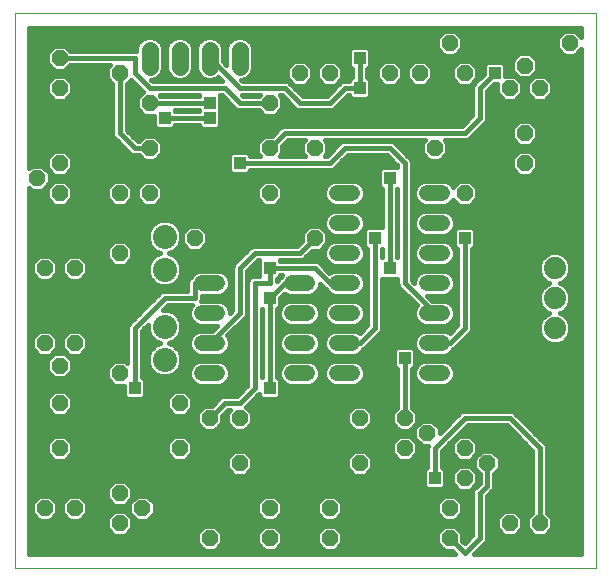
<source format=gtl>
G75*
%MOIN*%
%OFA0B0*%
%FSLAX25Y25*%
%IPPOS*%
%LPD*%
%AMOC8*
5,1,8,0,0,1.08239X$1,22.5*
%
%ADD10C,0.00000*%
%ADD11OC8,0.05200*%
%ADD12C,0.05600*%
%ADD13C,0.05200*%
%ADD14C,0.07400*%
%ADD15C,0.08000*%
%ADD16R,0.03962X0.03962*%
%ADD17C,0.01600*%
D10*
X0025433Y0020433D02*
X0025433Y0205394D01*
X0219134Y0205394D01*
X0219134Y0020433D01*
X0025433Y0020433D01*
D11*
X0035433Y0040433D03*
X0045433Y0040433D03*
X0060433Y0035433D03*
X0067933Y0040433D03*
X0060433Y0045433D03*
X0040433Y0060433D03*
X0040433Y0075433D03*
X0040433Y0087933D03*
X0035433Y0095433D03*
X0045433Y0095433D03*
X0060433Y0085433D03*
X0080433Y0075433D03*
X0090433Y0070433D03*
X0100433Y0070433D03*
X0100433Y0055433D03*
X0110433Y0040433D03*
X0110433Y0030433D03*
X0090433Y0030433D03*
X0080433Y0060433D03*
X0130433Y0040433D03*
X0130433Y0030433D03*
X0140433Y0055433D03*
X0155433Y0060433D03*
X0162933Y0065433D03*
X0155433Y0070433D03*
X0140433Y0070433D03*
X0170433Y0040433D03*
X0170433Y0030433D03*
X0190433Y0035433D03*
X0200433Y0035433D03*
X0182933Y0055433D03*
X0175433Y0050433D03*
X0175433Y0060433D03*
X0125433Y0130433D03*
X0110433Y0145433D03*
X0110433Y0160433D03*
X0125433Y0160433D03*
X0110433Y0175433D03*
X0120433Y0185433D03*
X0130433Y0185433D03*
X0150433Y0185433D03*
X0160433Y0185433D03*
X0170433Y0195433D03*
X0175433Y0185433D03*
X0190433Y0180433D03*
X0195433Y0187933D03*
X0200433Y0180433D03*
X0195433Y0165433D03*
X0195433Y0155433D03*
X0175433Y0145433D03*
X0165433Y0160433D03*
X0210433Y0195433D03*
X0085433Y0130433D03*
X0070433Y0145433D03*
X0060433Y0145433D03*
X0070433Y0160433D03*
X0070433Y0175433D03*
X0060433Y0185433D03*
X0040433Y0180433D03*
X0040433Y0190433D03*
X0040433Y0155433D03*
X0032933Y0150433D03*
X0040433Y0145433D03*
X0060433Y0125433D03*
X0045433Y0120433D03*
X0035433Y0120433D03*
D12*
X0070433Y0187633D02*
X0070433Y0193233D01*
X0080433Y0193233D02*
X0080433Y0187633D01*
X0090433Y0187633D02*
X0090433Y0193233D01*
X0100433Y0193233D02*
X0100433Y0187633D01*
D13*
X0132833Y0145433D02*
X0138033Y0145433D01*
X0138033Y0135433D02*
X0132833Y0135433D01*
X0132833Y0125433D02*
X0138033Y0125433D01*
X0138033Y0115433D02*
X0132833Y0115433D01*
X0123033Y0115433D02*
X0117833Y0115433D01*
X0117833Y0105433D02*
X0123033Y0105433D01*
X0132833Y0105433D02*
X0138033Y0105433D01*
X0138033Y0095433D02*
X0132833Y0095433D01*
X0123033Y0095433D02*
X0117833Y0095433D01*
X0117833Y0085433D02*
X0123033Y0085433D01*
X0132833Y0085433D02*
X0138033Y0085433D01*
X0162833Y0085433D02*
X0168033Y0085433D01*
X0168033Y0095433D02*
X0162833Y0095433D01*
X0162833Y0105433D02*
X0168033Y0105433D01*
X0168033Y0115433D02*
X0162833Y0115433D01*
X0162833Y0125433D02*
X0168033Y0125433D01*
X0168033Y0135433D02*
X0162833Y0135433D01*
X0162833Y0145433D02*
X0168033Y0145433D01*
X0093033Y0115433D02*
X0087833Y0115433D01*
X0087833Y0105433D02*
X0093033Y0105433D01*
X0093033Y0095433D02*
X0087833Y0095433D01*
X0087833Y0085433D02*
X0093033Y0085433D01*
D14*
X0205433Y0100433D03*
X0205433Y0110433D03*
X0205433Y0120433D03*
D15*
X0075433Y0119933D03*
X0075433Y0130933D03*
X0075433Y0100933D03*
X0075433Y0089933D03*
D16*
X0065433Y0080433D03*
X0110433Y0080433D03*
X0110433Y0110433D03*
X0110433Y0120433D03*
X0145433Y0130433D03*
X0150433Y0120433D03*
X0175433Y0130433D03*
X0150433Y0150433D03*
X0140433Y0180433D03*
X0140433Y0190433D03*
X0100433Y0155433D03*
X0090433Y0170433D03*
X0090433Y0175433D03*
X0075433Y0170433D03*
X0155433Y0090433D03*
X0165433Y0050433D03*
X0185433Y0185433D03*
D17*
X0180433Y0180433D01*
X0180433Y0170433D01*
X0175433Y0165433D01*
X0115433Y0165433D01*
X0110433Y0160433D01*
X0107094Y0157833D02*
X0104014Y0157833D01*
X0104014Y0158077D01*
X0103077Y0159014D01*
X0097789Y0159014D01*
X0096852Y0158077D01*
X0096852Y0152789D01*
X0097789Y0151852D01*
X0103077Y0151852D01*
X0104014Y0152789D01*
X0104014Y0153033D01*
X0130911Y0153033D01*
X0131793Y0153399D01*
X0132468Y0154074D01*
X0136427Y0158033D01*
X0149439Y0158033D01*
X0153033Y0154439D01*
X0153033Y0154014D01*
X0147789Y0154014D01*
X0146852Y0153077D01*
X0146852Y0147789D01*
X0147789Y0146852D01*
X0148033Y0146852D01*
X0148033Y0134014D01*
X0142789Y0134014D01*
X0141852Y0133077D01*
X0141852Y0127789D01*
X0142789Y0126852D01*
X0143033Y0126852D01*
X0143033Y0101427D01*
X0140506Y0098900D01*
X0140412Y0098994D01*
X0138869Y0099633D01*
X0131998Y0099633D01*
X0130454Y0098994D01*
X0129273Y0097812D01*
X0128633Y0096269D01*
X0128633Y0094598D01*
X0129273Y0093054D01*
X0130454Y0091873D01*
X0131998Y0091233D01*
X0138869Y0091233D01*
X0140412Y0091873D01*
X0141594Y0093054D01*
X0141725Y0093370D01*
X0141793Y0093399D01*
X0142468Y0094074D01*
X0147468Y0099074D01*
X0147833Y0099956D01*
X0147833Y0116852D01*
X0153033Y0116852D01*
X0153033Y0114956D01*
X0153399Y0114074D01*
X0159466Y0108006D01*
X0159273Y0107812D01*
X0158633Y0106269D01*
X0158633Y0104598D01*
X0159273Y0103054D01*
X0160454Y0101873D01*
X0161998Y0101233D01*
X0168869Y0101233D01*
X0170412Y0101873D01*
X0171594Y0103054D01*
X0172233Y0104598D01*
X0172233Y0106269D01*
X0171594Y0107812D01*
X0170412Y0108994D01*
X0168869Y0109633D01*
X0164627Y0109633D01*
X0163027Y0111233D01*
X0168869Y0111233D01*
X0170412Y0111873D01*
X0171594Y0113054D01*
X0172233Y0114598D01*
X0172233Y0116269D01*
X0171594Y0117812D01*
X0170412Y0118994D01*
X0168869Y0119633D01*
X0161998Y0119633D01*
X0160454Y0118994D01*
X0159273Y0117812D01*
X0158633Y0116269D01*
X0158633Y0115627D01*
X0157833Y0116427D01*
X0157833Y0155911D01*
X0157468Y0156793D01*
X0156793Y0157468D01*
X0156793Y0157468D01*
X0152468Y0161793D01*
X0151793Y0162468D01*
X0150911Y0162833D01*
X0134956Y0162833D01*
X0134074Y0162468D01*
X0129439Y0157833D01*
X0128773Y0157833D01*
X0129633Y0158694D01*
X0129633Y0162173D01*
X0128773Y0163033D01*
X0162094Y0163033D01*
X0161233Y0162173D01*
X0161233Y0158694D01*
X0163694Y0156233D01*
X0167173Y0156233D01*
X0169633Y0158694D01*
X0169633Y0162173D01*
X0168773Y0163033D01*
X0175911Y0163033D01*
X0176793Y0163399D01*
X0177468Y0164074D01*
X0182468Y0169074D01*
X0182833Y0169956D01*
X0182833Y0179439D01*
X0185246Y0181852D01*
X0186233Y0181852D01*
X0186233Y0178694D01*
X0188694Y0176233D01*
X0192173Y0176233D01*
X0194633Y0178694D01*
X0194633Y0182173D01*
X0192173Y0184633D01*
X0189014Y0184633D01*
X0189014Y0188077D01*
X0188077Y0189014D01*
X0182789Y0189014D01*
X0181852Y0188077D01*
X0181852Y0185246D01*
X0179074Y0182468D01*
X0178399Y0181793D01*
X0178033Y0180911D01*
X0178033Y0171427D01*
X0174439Y0167833D01*
X0114956Y0167833D01*
X0114074Y0167468D01*
X0111239Y0164633D01*
X0108694Y0164633D01*
X0106233Y0162173D01*
X0106233Y0158694D01*
X0107094Y0157833D01*
X0107022Y0157905D02*
X0104014Y0157905D01*
X0106233Y0159504D02*
X0074633Y0159504D01*
X0074633Y0158694D02*
X0074633Y0162173D01*
X0072173Y0164633D01*
X0068694Y0164633D01*
X0066894Y0162833D01*
X0066427Y0162833D01*
X0062833Y0166427D01*
X0062833Y0181894D01*
X0064206Y0183266D01*
X0068266Y0179206D01*
X0066233Y0177173D01*
X0066233Y0173694D01*
X0068694Y0171233D01*
X0071852Y0171233D01*
X0071852Y0167789D01*
X0072789Y0166852D01*
X0078077Y0166852D01*
X0079014Y0167789D01*
X0079014Y0168033D01*
X0086852Y0168033D01*
X0086852Y0167789D01*
X0087789Y0166852D01*
X0093077Y0166852D01*
X0094014Y0167789D01*
X0094014Y0178033D01*
X0094439Y0178033D01*
X0098399Y0174074D01*
X0099074Y0173399D01*
X0099956Y0173033D01*
X0106894Y0173033D01*
X0108694Y0171233D01*
X0112173Y0171233D01*
X0114633Y0173694D01*
X0114633Y0177173D01*
X0113773Y0178033D01*
X0114439Y0178033D01*
X0119074Y0173399D01*
X0119956Y0173033D01*
X0130911Y0173033D01*
X0131793Y0173399D01*
X0132468Y0174074D01*
X0136427Y0178033D01*
X0136852Y0178033D01*
X0136852Y0177789D01*
X0137789Y0176852D01*
X0143077Y0176852D01*
X0144014Y0177789D01*
X0144014Y0183077D01*
X0143077Y0184014D01*
X0142833Y0184014D01*
X0142833Y0186852D01*
X0143077Y0186852D01*
X0144014Y0187789D01*
X0144014Y0193077D01*
X0143077Y0194014D01*
X0137789Y0194014D01*
X0136852Y0193077D01*
X0136852Y0187789D01*
X0137789Y0186852D01*
X0138033Y0186852D01*
X0138033Y0184014D01*
X0137789Y0184014D01*
X0136852Y0183077D01*
X0136852Y0182833D01*
X0134956Y0182833D01*
X0134074Y0182468D01*
X0129439Y0177833D01*
X0121427Y0177833D01*
X0117468Y0181793D01*
X0116793Y0182468D01*
X0115911Y0182833D01*
X0101427Y0182833D01*
X0101027Y0183233D01*
X0101308Y0183233D01*
X0102926Y0183903D01*
X0104163Y0185141D01*
X0104833Y0186758D01*
X0104833Y0194108D01*
X0104163Y0195726D01*
X0102926Y0196963D01*
X0101308Y0197633D01*
X0099558Y0197633D01*
X0097941Y0196963D01*
X0096703Y0195726D01*
X0096033Y0194108D01*
X0096033Y0188227D01*
X0094833Y0189427D01*
X0094833Y0194108D01*
X0094163Y0195726D01*
X0092926Y0196963D01*
X0091308Y0197633D01*
X0089558Y0197633D01*
X0087941Y0196963D01*
X0086703Y0195726D01*
X0086033Y0194108D01*
X0086033Y0186758D01*
X0086703Y0185141D01*
X0087941Y0183903D01*
X0089558Y0183233D01*
X0091308Y0183233D01*
X0092926Y0183903D01*
X0093247Y0184225D01*
X0094639Y0182833D01*
X0071427Y0182833D01*
X0071027Y0183233D01*
X0071308Y0183233D01*
X0072926Y0183903D01*
X0074163Y0185141D01*
X0074833Y0186758D01*
X0074833Y0194108D01*
X0074163Y0195726D01*
X0072926Y0196963D01*
X0071308Y0197633D01*
X0069558Y0197633D01*
X0067941Y0196963D01*
X0066703Y0195726D01*
X0066033Y0194108D01*
X0066033Y0192782D01*
X0065911Y0192833D01*
X0043973Y0192833D01*
X0042173Y0194633D01*
X0038694Y0194633D01*
X0036233Y0192173D01*
X0036233Y0188694D01*
X0038694Y0186233D01*
X0042173Y0186233D01*
X0043973Y0188033D01*
X0057094Y0188033D01*
X0056233Y0187173D01*
X0056233Y0183694D01*
X0058033Y0181894D01*
X0058033Y0164956D01*
X0058399Y0164074D01*
X0059074Y0163399D01*
X0064074Y0158399D01*
X0064956Y0158033D01*
X0066894Y0158033D01*
X0068694Y0156233D01*
X0072173Y0156233D01*
X0074633Y0158694D01*
X0073845Y0157905D02*
X0096852Y0157905D01*
X0096852Y0156307D02*
X0072246Y0156307D01*
X0068620Y0156307D02*
X0044633Y0156307D01*
X0044633Y0157173D02*
X0044633Y0153694D01*
X0042173Y0151233D01*
X0038694Y0151233D01*
X0036233Y0153694D01*
X0036233Y0157173D01*
X0038694Y0159633D01*
X0042173Y0159633D01*
X0044633Y0157173D01*
X0043901Y0157905D02*
X0067022Y0157905D01*
X0065433Y0160433D02*
X0060433Y0165433D01*
X0060433Y0185433D01*
X0056233Y0185080D02*
X0030233Y0185080D01*
X0030233Y0186678D02*
X0038248Y0186678D01*
X0038694Y0184633D02*
X0036233Y0182173D01*
X0036233Y0178694D01*
X0038694Y0176233D01*
X0042173Y0176233D01*
X0044633Y0178694D01*
X0044633Y0182173D01*
X0042173Y0184633D01*
X0038694Y0184633D01*
X0037542Y0183481D02*
X0030233Y0183481D01*
X0030233Y0181883D02*
X0036233Y0181883D01*
X0036233Y0180284D02*
X0030233Y0180284D01*
X0030233Y0178686D02*
X0036241Y0178686D01*
X0037839Y0177087D02*
X0030233Y0177087D01*
X0030233Y0175489D02*
X0058033Y0175489D01*
X0058033Y0177087D02*
X0043027Y0177087D01*
X0044626Y0178686D02*
X0058033Y0178686D01*
X0058033Y0180284D02*
X0044633Y0180284D01*
X0044633Y0181883D02*
X0058033Y0181883D01*
X0056445Y0183481D02*
X0043325Y0183481D01*
X0042618Y0186678D02*
X0056233Y0186678D01*
X0062833Y0181883D02*
X0065589Y0181883D01*
X0067188Y0180284D02*
X0062833Y0180284D01*
X0062833Y0178686D02*
X0067746Y0178686D01*
X0066233Y0177087D02*
X0062833Y0177087D01*
X0062833Y0175489D02*
X0066233Y0175489D01*
X0066233Y0173890D02*
X0062833Y0173890D01*
X0062833Y0172292D02*
X0067635Y0172292D01*
X0070433Y0175433D02*
X0090433Y0175433D01*
X0086852Y0173033D02*
X0079014Y0173033D01*
X0079014Y0172833D01*
X0086852Y0172833D01*
X0086852Y0173033D01*
X0090433Y0170433D02*
X0075433Y0170433D01*
X0071852Y0170693D02*
X0062833Y0170693D01*
X0062833Y0169095D02*
X0071852Y0169095D01*
X0072145Y0167496D02*
X0062833Y0167496D01*
X0063363Y0165898D02*
X0112504Y0165898D01*
X0114142Y0167496D02*
X0093721Y0167496D01*
X0094014Y0169095D02*
X0175701Y0169095D01*
X0177299Y0170693D02*
X0094014Y0170693D01*
X0094014Y0172292D02*
X0107635Y0172292D01*
X0110433Y0175433D02*
X0100433Y0175433D01*
X0095433Y0180433D01*
X0070433Y0180433D01*
X0065433Y0185433D01*
X0065433Y0190433D01*
X0040433Y0190433D01*
X0037133Y0193072D02*
X0030233Y0193072D01*
X0030233Y0191474D02*
X0036233Y0191474D01*
X0036233Y0189875D02*
X0030233Y0189875D01*
X0030233Y0188277D02*
X0036650Y0188277D01*
X0043734Y0193072D02*
X0066033Y0193072D01*
X0066266Y0194671D02*
X0030233Y0194671D01*
X0030233Y0196269D02*
X0067247Y0196269D01*
X0073619Y0196269D02*
X0077247Y0196269D01*
X0076703Y0195726D02*
X0076033Y0194108D01*
X0076033Y0186758D01*
X0076703Y0185141D01*
X0077941Y0183903D01*
X0079558Y0183233D01*
X0081308Y0183233D01*
X0082926Y0183903D01*
X0084163Y0185141D01*
X0084833Y0186758D01*
X0084833Y0194108D01*
X0084163Y0195726D01*
X0082926Y0196963D01*
X0081308Y0197633D01*
X0079558Y0197633D01*
X0077941Y0196963D01*
X0076703Y0195726D01*
X0076266Y0194671D02*
X0074600Y0194671D01*
X0074833Y0193072D02*
X0076033Y0193072D01*
X0076033Y0191474D02*
X0074833Y0191474D01*
X0074833Y0189875D02*
X0076033Y0189875D01*
X0076033Y0188277D02*
X0074833Y0188277D01*
X0074800Y0186678D02*
X0076066Y0186678D01*
X0076764Y0185080D02*
X0074102Y0185080D01*
X0071908Y0183481D02*
X0078959Y0183481D01*
X0081908Y0183481D02*
X0088959Y0183481D01*
X0086764Y0185080D02*
X0084102Y0185080D01*
X0084800Y0186678D02*
X0086066Y0186678D01*
X0086033Y0188277D02*
X0084833Y0188277D01*
X0084833Y0189875D02*
X0086033Y0189875D01*
X0086033Y0191474D02*
X0084833Y0191474D01*
X0084833Y0193072D02*
X0086033Y0193072D01*
X0086266Y0194671D02*
X0084600Y0194671D01*
X0083619Y0196269D02*
X0087247Y0196269D01*
X0093619Y0196269D02*
X0097247Y0196269D01*
X0096266Y0194671D02*
X0094600Y0194671D01*
X0094833Y0193072D02*
X0096033Y0193072D01*
X0096033Y0191474D02*
X0094833Y0191474D01*
X0094833Y0189875D02*
X0096033Y0189875D01*
X0095984Y0188277D02*
X0096033Y0188277D01*
X0090433Y0190433D02*
X0100433Y0180433D01*
X0115433Y0180433D01*
X0120433Y0175433D01*
X0130433Y0175433D01*
X0135433Y0180433D01*
X0140433Y0180433D01*
X0140433Y0190433D01*
X0136852Y0189875D02*
X0104833Y0189875D01*
X0104833Y0188277D02*
X0117337Y0188277D01*
X0116233Y0187173D02*
X0116233Y0183694D01*
X0118694Y0181233D01*
X0122173Y0181233D01*
X0124633Y0183694D01*
X0124633Y0187173D01*
X0122173Y0189633D01*
X0118694Y0189633D01*
X0116233Y0187173D01*
X0116233Y0186678D02*
X0104800Y0186678D01*
X0104102Y0185080D02*
X0116233Y0185080D01*
X0116445Y0183481D02*
X0101908Y0183481D01*
X0101227Y0178033D02*
X0101427Y0177833D01*
X0106894Y0177833D01*
X0107094Y0178033D01*
X0101227Y0178033D01*
X0098582Y0173890D02*
X0094014Y0173890D01*
X0094014Y0175489D02*
X0096983Y0175489D01*
X0095385Y0177087D02*
X0094014Y0177087D01*
X0093991Y0183481D02*
X0091908Y0183481D01*
X0086852Y0178033D02*
X0086852Y0177833D01*
X0073973Y0177833D01*
X0073773Y0178033D01*
X0086852Y0178033D01*
X0087145Y0167496D02*
X0078721Y0167496D01*
X0072507Y0164299D02*
X0108360Y0164299D01*
X0106761Y0162701D02*
X0074105Y0162701D01*
X0074633Y0161102D02*
X0106233Y0161102D01*
X0100433Y0155433D02*
X0130433Y0155433D01*
X0135433Y0160433D01*
X0150433Y0160433D01*
X0155433Y0155433D01*
X0155433Y0115433D01*
X0165433Y0105433D01*
X0164311Y0109950D02*
X0173033Y0109950D01*
X0173033Y0111548D02*
X0169629Y0111548D01*
X0171632Y0113147D02*
X0173033Y0113147D01*
X0173033Y0114745D02*
X0172233Y0114745D01*
X0172202Y0116344D02*
X0173033Y0116344D01*
X0173033Y0117942D02*
X0171464Y0117942D01*
X0173033Y0119541D02*
X0169091Y0119541D01*
X0168869Y0121233D02*
X0170412Y0121873D01*
X0171594Y0123054D01*
X0172233Y0124598D01*
X0172233Y0126269D01*
X0171594Y0127812D01*
X0170412Y0128994D01*
X0168869Y0129633D01*
X0161998Y0129633D01*
X0160454Y0128994D01*
X0159273Y0127812D01*
X0158633Y0126269D01*
X0158633Y0124598D01*
X0159273Y0123054D01*
X0160454Y0121873D01*
X0161998Y0121233D01*
X0168869Y0121233D01*
X0171278Y0122738D02*
X0173033Y0122738D01*
X0173033Y0124336D02*
X0172125Y0124336D01*
X0172233Y0125935D02*
X0173033Y0125935D01*
X0173033Y0126852D02*
X0173033Y0101427D01*
X0170506Y0098900D01*
X0170412Y0098994D01*
X0168869Y0099633D01*
X0161998Y0099633D01*
X0160454Y0098994D01*
X0159273Y0097812D01*
X0158633Y0096269D01*
X0158633Y0094598D01*
X0159273Y0093054D01*
X0160454Y0091873D01*
X0161998Y0091233D01*
X0168869Y0091233D01*
X0170412Y0091873D01*
X0171594Y0093054D01*
X0171725Y0093370D01*
X0171793Y0093399D01*
X0177468Y0099074D01*
X0177833Y0099956D01*
X0177833Y0126852D01*
X0178077Y0126852D01*
X0179014Y0127789D01*
X0179014Y0133077D01*
X0178077Y0134014D01*
X0172789Y0134014D01*
X0171852Y0133077D01*
X0171852Y0127789D01*
X0172789Y0126852D01*
X0173033Y0126852D01*
X0172108Y0127533D02*
X0171709Y0127533D01*
X0171852Y0129132D02*
X0170079Y0129132D01*
X0171852Y0130730D02*
X0157833Y0130730D01*
X0157833Y0129132D02*
X0160788Y0129132D01*
X0159157Y0127533D02*
X0157833Y0127533D01*
X0157833Y0125935D02*
X0158633Y0125935D01*
X0158741Y0124336D02*
X0157833Y0124336D01*
X0157833Y0122738D02*
X0159589Y0122738D01*
X0157833Y0121139D02*
X0173033Y0121139D01*
X0177833Y0121139D02*
X0200133Y0121139D01*
X0200133Y0121487D02*
X0200133Y0119379D01*
X0200940Y0117431D01*
X0202431Y0115940D01*
X0203655Y0115433D01*
X0202431Y0114926D01*
X0200940Y0113435D01*
X0200133Y0111487D01*
X0200133Y0109379D01*
X0200940Y0107431D01*
X0202431Y0105940D01*
X0203655Y0105433D01*
X0202431Y0104926D01*
X0200940Y0103435D01*
X0200133Y0101487D01*
X0200133Y0099379D01*
X0200940Y0097431D01*
X0202431Y0095940D01*
X0204379Y0095133D01*
X0206487Y0095133D01*
X0208435Y0095940D01*
X0209926Y0097431D01*
X0210733Y0099379D01*
X0210733Y0101487D01*
X0209926Y0103435D01*
X0208435Y0104926D01*
X0207212Y0105433D01*
X0208435Y0105940D01*
X0209926Y0107431D01*
X0210733Y0109379D01*
X0210733Y0111487D01*
X0209926Y0113435D01*
X0208435Y0114926D01*
X0207212Y0115433D01*
X0208435Y0115940D01*
X0209926Y0117431D01*
X0210733Y0119379D01*
X0210733Y0121487D01*
X0209926Y0123435D01*
X0208435Y0124926D01*
X0206487Y0125733D01*
X0204379Y0125733D01*
X0202431Y0124926D01*
X0200940Y0123435D01*
X0200133Y0121487D01*
X0200651Y0122738D02*
X0177833Y0122738D01*
X0177833Y0124336D02*
X0201841Y0124336D01*
X0200133Y0119541D02*
X0177833Y0119541D01*
X0177833Y0117942D02*
X0200728Y0117942D01*
X0202027Y0116344D02*
X0177833Y0116344D01*
X0177833Y0114745D02*
X0202250Y0114745D01*
X0200821Y0113147D02*
X0177833Y0113147D01*
X0177833Y0111548D02*
X0200158Y0111548D01*
X0200133Y0109950D02*
X0177833Y0109950D01*
X0177833Y0108351D02*
X0200559Y0108351D01*
X0201618Y0106753D02*
X0177833Y0106753D01*
X0177833Y0105154D02*
X0202981Y0105154D01*
X0201060Y0103556D02*
X0177833Y0103556D01*
X0177833Y0101957D02*
X0200328Y0101957D01*
X0200133Y0100359D02*
X0177833Y0100359D01*
X0177154Y0098760D02*
X0200389Y0098760D01*
X0201209Y0097162D02*
X0175556Y0097162D01*
X0173957Y0095563D02*
X0203341Y0095563D01*
X0207526Y0095563D02*
X0214334Y0095563D01*
X0214334Y0093965D02*
X0172359Y0093965D01*
X0170906Y0092366D02*
X0214334Y0092366D01*
X0214334Y0090768D02*
X0159014Y0090768D01*
X0159014Y0092366D02*
X0159960Y0092366D01*
X0159014Y0093077D02*
X0158077Y0094014D01*
X0152789Y0094014D01*
X0151852Y0093077D01*
X0151852Y0087789D01*
X0152789Y0086852D01*
X0153033Y0086852D01*
X0153033Y0073973D01*
X0151233Y0072173D01*
X0151233Y0068694D01*
X0153694Y0066233D01*
X0157173Y0066233D01*
X0159633Y0068694D01*
X0159633Y0072173D01*
X0157833Y0073973D01*
X0157833Y0086852D01*
X0158077Y0086852D01*
X0159014Y0087789D01*
X0159014Y0093077D01*
X0158895Y0093965D02*
X0158127Y0093965D01*
X0158633Y0095563D02*
X0143957Y0095563D01*
X0142359Y0093965D02*
X0152740Y0093965D01*
X0151852Y0092366D02*
X0140906Y0092366D01*
X0140433Y0095433D02*
X0135433Y0095433D01*
X0140433Y0095433D02*
X0145433Y0100433D01*
X0145433Y0130433D01*
X0141852Y0130730D02*
X0129633Y0130730D01*
X0130454Y0131873D02*
X0131998Y0131233D01*
X0138869Y0131233D01*
X0140412Y0131873D01*
X0141594Y0133054D01*
X0142233Y0134598D01*
X0142233Y0136269D01*
X0141594Y0137812D01*
X0140412Y0138994D01*
X0138869Y0139633D01*
X0131998Y0139633D01*
X0130454Y0138994D01*
X0129273Y0137812D01*
X0128633Y0136269D01*
X0128633Y0134598D01*
X0129273Y0133054D01*
X0130454Y0131873D01*
X0129998Y0132329D02*
X0129477Y0132329D01*
X0129633Y0132173D02*
X0127173Y0134633D01*
X0123694Y0134633D01*
X0121233Y0132173D01*
X0121233Y0129627D01*
X0119439Y0127833D01*
X0104956Y0127833D01*
X0104074Y0127468D01*
X0098399Y0121793D01*
X0098033Y0120911D01*
X0098033Y0106427D01*
X0097233Y0105627D01*
X0097233Y0106269D01*
X0096594Y0107812D01*
X0095412Y0108994D01*
X0093869Y0109633D01*
X0087700Y0109633D01*
X0087833Y0109956D01*
X0087833Y0111233D01*
X0093869Y0111233D01*
X0095412Y0111873D01*
X0096594Y0113054D01*
X0097233Y0114598D01*
X0097233Y0116269D01*
X0096594Y0117812D01*
X0095412Y0118994D01*
X0093869Y0119633D01*
X0086998Y0119633D01*
X0085454Y0118994D01*
X0084273Y0117812D01*
X0084142Y0117496D01*
X0084074Y0117468D01*
X0083399Y0116793D01*
X0083033Y0115911D01*
X0083033Y0112833D01*
X0074956Y0112833D01*
X0074074Y0112468D01*
X0063399Y0101793D01*
X0063033Y0100911D01*
X0063033Y0088773D01*
X0062173Y0089633D01*
X0058694Y0089633D01*
X0056233Y0087173D01*
X0056233Y0083694D01*
X0058694Y0081233D01*
X0061852Y0081233D01*
X0061852Y0077789D01*
X0062789Y0076852D01*
X0068077Y0076852D01*
X0069014Y0077789D01*
X0069014Y0083077D01*
X0068077Y0084014D01*
X0067833Y0084014D01*
X0067833Y0099439D01*
X0069833Y0101439D01*
X0069833Y0099819D01*
X0070686Y0097761D01*
X0072261Y0096186D01*
X0074078Y0095433D01*
X0072261Y0094681D01*
X0070686Y0093105D01*
X0069833Y0091047D01*
X0069833Y0088819D01*
X0070686Y0086761D01*
X0072261Y0085186D01*
X0074319Y0084333D01*
X0076547Y0084333D01*
X0078605Y0085186D01*
X0080181Y0086761D01*
X0081033Y0088819D01*
X0081033Y0091047D01*
X0080181Y0093105D01*
X0078605Y0094681D01*
X0076788Y0095433D01*
X0078605Y0096186D01*
X0080181Y0097761D01*
X0081033Y0099819D01*
X0081033Y0102047D01*
X0080181Y0104105D01*
X0078605Y0105681D01*
X0076547Y0106533D01*
X0074927Y0106533D01*
X0076427Y0108033D01*
X0084494Y0108033D01*
X0084273Y0107812D01*
X0083633Y0106269D01*
X0083633Y0104598D01*
X0084273Y0103054D01*
X0085454Y0101873D01*
X0086998Y0101233D01*
X0092839Y0101233D01*
X0091239Y0099633D01*
X0086998Y0099633D01*
X0085454Y0098994D01*
X0084273Y0097812D01*
X0083633Y0096269D01*
X0083633Y0094598D01*
X0084273Y0093054D01*
X0085454Y0091873D01*
X0086998Y0091233D01*
X0093869Y0091233D01*
X0095412Y0091873D01*
X0096594Y0093054D01*
X0097233Y0094598D01*
X0097233Y0096269D01*
X0096594Y0097812D01*
X0096400Y0098006D01*
X0101793Y0103399D01*
X0102468Y0104074D01*
X0102833Y0104956D01*
X0102833Y0119439D01*
X0106427Y0123033D01*
X0106852Y0123033D01*
X0106852Y0117833D01*
X0104956Y0117833D01*
X0104074Y0117468D01*
X0103399Y0116793D01*
X0103033Y0115911D01*
X0103033Y0081427D01*
X0099439Y0077833D01*
X0094956Y0077833D01*
X0094074Y0077468D01*
X0093399Y0076793D01*
X0091239Y0074633D01*
X0088694Y0074633D01*
X0086233Y0072173D01*
X0086233Y0068694D01*
X0088694Y0066233D01*
X0092173Y0066233D01*
X0094633Y0068694D01*
X0094633Y0071239D01*
X0096427Y0073033D01*
X0097094Y0073033D01*
X0096233Y0072173D01*
X0096233Y0068694D01*
X0098694Y0066233D01*
X0102173Y0066233D01*
X0104633Y0068694D01*
X0104633Y0072173D01*
X0102600Y0074206D01*
X0106793Y0078399D01*
X0106852Y0078458D01*
X0106852Y0077789D01*
X0107789Y0076852D01*
X0113077Y0076852D01*
X0114014Y0077789D01*
X0114014Y0083077D01*
X0113077Y0084014D01*
X0112833Y0084014D01*
X0112833Y0106852D01*
X0113077Y0106852D01*
X0114014Y0107789D01*
X0114014Y0110620D01*
X0115360Y0111966D01*
X0115454Y0111873D01*
X0116998Y0111233D01*
X0123869Y0111233D01*
X0125412Y0111873D01*
X0126594Y0113054D01*
X0127233Y0114598D01*
X0127233Y0115239D01*
X0129074Y0113399D01*
X0129142Y0113370D01*
X0129273Y0113054D01*
X0130454Y0111873D01*
X0131998Y0111233D01*
X0138869Y0111233D01*
X0140412Y0111873D01*
X0141594Y0113054D01*
X0142233Y0114598D01*
X0142233Y0116269D01*
X0141594Y0117812D01*
X0140412Y0118994D01*
X0138869Y0119633D01*
X0131998Y0119633D01*
X0130454Y0118994D01*
X0130360Y0118900D01*
X0127468Y0121793D01*
X0126793Y0122468D01*
X0125911Y0122833D01*
X0114014Y0122833D01*
X0114014Y0123033D01*
X0120911Y0123033D01*
X0121793Y0123399D01*
X0122468Y0124074D01*
X0124627Y0126233D01*
X0127173Y0126233D01*
X0129633Y0128694D01*
X0129633Y0132173D01*
X0128911Y0133928D02*
X0127879Y0133928D01*
X0128633Y0135526D02*
X0078760Y0135526D01*
X0078605Y0135681D02*
X0076547Y0136533D01*
X0074319Y0136533D01*
X0072261Y0135681D01*
X0070686Y0134105D01*
X0069833Y0132047D01*
X0069833Y0129819D01*
X0070686Y0127761D01*
X0072261Y0126186D01*
X0074078Y0125433D01*
X0072261Y0124681D01*
X0070686Y0123105D01*
X0069833Y0121047D01*
X0069833Y0118819D01*
X0070686Y0116761D01*
X0072261Y0115186D01*
X0074319Y0114333D01*
X0076547Y0114333D01*
X0078605Y0115186D01*
X0080181Y0116761D01*
X0081033Y0118819D01*
X0081033Y0121047D01*
X0080181Y0123105D01*
X0078605Y0124681D01*
X0076788Y0125433D01*
X0078605Y0126186D01*
X0080181Y0127761D01*
X0081033Y0129819D01*
X0081033Y0132047D01*
X0080181Y0134105D01*
X0078605Y0135681D01*
X0080254Y0133928D02*
X0082988Y0133928D01*
X0083694Y0134633D02*
X0081233Y0132173D01*
X0081233Y0128694D01*
X0083694Y0126233D01*
X0087173Y0126233D01*
X0089633Y0128694D01*
X0089633Y0132173D01*
X0087173Y0134633D01*
X0083694Y0134633D01*
X0081389Y0132329D02*
X0080916Y0132329D01*
X0081033Y0130730D02*
X0081233Y0130730D01*
X0081233Y0129132D02*
X0080748Y0129132D01*
X0079953Y0127533D02*
X0082393Y0127533D01*
X0078000Y0125935D02*
X0102541Y0125935D01*
X0100942Y0124336D02*
X0078950Y0124336D01*
X0080333Y0122738D02*
X0099344Y0122738D01*
X0098128Y0121139D02*
X0080995Y0121139D01*
X0081033Y0119541D02*
X0086775Y0119541D01*
X0084403Y0117942D02*
X0080670Y0117942D01*
X0079763Y0116344D02*
X0083213Y0116344D01*
X0083033Y0114745D02*
X0077542Y0114745D01*
X0073324Y0114745D02*
X0030233Y0114745D01*
X0030233Y0113147D02*
X0083033Y0113147D01*
X0085433Y0115433D02*
X0085433Y0110433D01*
X0075433Y0110433D01*
X0065433Y0100433D01*
X0065433Y0080433D01*
X0061852Y0081177D02*
X0030233Y0081177D01*
X0030233Y0082775D02*
X0057152Y0082775D01*
X0056233Y0084374D02*
X0042813Y0084374D01*
X0042173Y0083733D02*
X0044633Y0086194D01*
X0044633Y0089673D01*
X0042173Y0092133D01*
X0038694Y0092133D01*
X0036233Y0089673D01*
X0036233Y0086194D01*
X0038694Y0083733D01*
X0042173Y0083733D01*
X0044412Y0085972D02*
X0056233Y0085972D01*
X0056631Y0087571D02*
X0044633Y0087571D01*
X0044633Y0089169D02*
X0058230Y0089169D01*
X0062637Y0089169D02*
X0063033Y0089169D01*
X0063033Y0090768D02*
X0043538Y0090768D01*
X0043694Y0091233D02*
X0047173Y0091233D01*
X0049633Y0093694D01*
X0049633Y0097173D01*
X0047173Y0099633D01*
X0043694Y0099633D01*
X0041233Y0097173D01*
X0041233Y0093694D01*
X0043694Y0091233D01*
X0042560Y0092366D02*
X0038306Y0092366D01*
X0037173Y0091233D02*
X0039633Y0093694D01*
X0039633Y0097173D01*
X0037173Y0099633D01*
X0033694Y0099633D01*
X0031233Y0097173D01*
X0031233Y0093694D01*
X0033694Y0091233D01*
X0037173Y0091233D01*
X0037328Y0090768D02*
X0030233Y0090768D01*
X0030233Y0092366D02*
X0032560Y0092366D01*
X0031233Y0093965D02*
X0030233Y0093965D01*
X0030233Y0095563D02*
X0031233Y0095563D01*
X0031233Y0097162D02*
X0030233Y0097162D01*
X0030233Y0098760D02*
X0032821Y0098760D01*
X0030233Y0100359D02*
X0063033Y0100359D01*
X0063033Y0098760D02*
X0048046Y0098760D01*
X0049633Y0097162D02*
X0063033Y0097162D01*
X0063033Y0095563D02*
X0049633Y0095563D01*
X0049633Y0093965D02*
X0063033Y0093965D01*
X0063033Y0092366D02*
X0048306Y0092366D01*
X0041233Y0093965D02*
X0039633Y0093965D01*
X0039633Y0095563D02*
X0041233Y0095563D01*
X0041233Y0097162D02*
X0039633Y0097162D01*
X0038046Y0098760D02*
X0042821Y0098760D01*
X0036233Y0089169D02*
X0030233Y0089169D01*
X0030233Y0087571D02*
X0036233Y0087571D01*
X0036455Y0085972D02*
X0030233Y0085972D01*
X0030233Y0084374D02*
X0038053Y0084374D01*
X0038694Y0079633D02*
X0036233Y0077173D01*
X0036233Y0073694D01*
X0038694Y0071233D01*
X0042173Y0071233D01*
X0044633Y0073694D01*
X0044633Y0077173D01*
X0042173Y0079633D01*
X0038694Y0079633D01*
X0038638Y0079578D02*
X0030233Y0079578D01*
X0030233Y0077980D02*
X0037040Y0077980D01*
X0036233Y0076381D02*
X0030233Y0076381D01*
X0030233Y0074783D02*
X0036233Y0074783D01*
X0036743Y0073184D02*
X0030233Y0073184D01*
X0030233Y0071586D02*
X0038341Y0071586D01*
X0042525Y0071586D02*
X0078341Y0071586D01*
X0078694Y0071233D02*
X0082173Y0071233D01*
X0084633Y0073694D01*
X0084633Y0077173D01*
X0082173Y0079633D01*
X0078694Y0079633D01*
X0076233Y0077173D01*
X0076233Y0073694D01*
X0078694Y0071233D01*
X0076743Y0073184D02*
X0044124Y0073184D01*
X0044633Y0074783D02*
X0076233Y0074783D01*
X0076233Y0076381D02*
X0044633Y0076381D01*
X0043826Y0077980D02*
X0061852Y0077980D01*
X0061852Y0079578D02*
X0042228Y0079578D01*
X0030233Y0069987D02*
X0086233Y0069987D01*
X0086233Y0071586D02*
X0082525Y0071586D01*
X0084124Y0073184D02*
X0087244Y0073184D01*
X0084633Y0074783D02*
X0091388Y0074783D01*
X0092987Y0076381D02*
X0084633Y0076381D01*
X0083826Y0077980D02*
X0099586Y0077980D01*
X0101184Y0079578D02*
X0082228Y0079578D01*
X0084552Y0082775D02*
X0069014Y0082775D01*
X0069014Y0081177D02*
X0102783Y0081177D01*
X0103033Y0082775D02*
X0096315Y0082775D01*
X0096594Y0083054D02*
X0097233Y0084598D01*
X0097233Y0086269D01*
X0096594Y0087812D01*
X0095412Y0088994D01*
X0093869Y0089633D01*
X0086998Y0089633D01*
X0085454Y0088994D01*
X0084273Y0087812D01*
X0083633Y0086269D01*
X0083633Y0084598D01*
X0084273Y0083054D01*
X0085454Y0081873D01*
X0086998Y0081233D01*
X0093869Y0081233D01*
X0095412Y0081873D01*
X0096594Y0083054D01*
X0097140Y0084374D02*
X0103033Y0084374D01*
X0103033Y0085972D02*
X0097233Y0085972D01*
X0096694Y0087571D02*
X0103033Y0087571D01*
X0103033Y0089169D02*
X0094989Y0089169D01*
X0095906Y0092366D02*
X0103033Y0092366D01*
X0103033Y0090768D02*
X0081033Y0090768D01*
X0081033Y0089169D02*
X0085878Y0089169D01*
X0084173Y0087571D02*
X0080516Y0087571D01*
X0079392Y0085972D02*
X0083633Y0085972D01*
X0083726Y0084374D02*
X0076645Y0084374D01*
X0074222Y0084374D02*
X0067833Y0084374D01*
X0067833Y0085972D02*
X0071475Y0085972D01*
X0070350Y0087571D02*
X0067833Y0087571D01*
X0067833Y0089169D02*
X0069833Y0089169D01*
X0069833Y0090768D02*
X0067833Y0090768D01*
X0067833Y0092366D02*
X0070380Y0092366D01*
X0071545Y0093965D02*
X0067833Y0093965D01*
X0067833Y0095563D02*
X0073764Y0095563D01*
X0071285Y0097162D02*
X0067833Y0097162D01*
X0067833Y0098760D02*
X0070272Y0098760D01*
X0069833Y0100359D02*
X0068753Y0100359D01*
X0065162Y0103556D02*
X0030233Y0103556D01*
X0030233Y0105154D02*
X0066760Y0105154D01*
X0068359Y0106753D02*
X0030233Y0106753D01*
X0030233Y0108351D02*
X0069957Y0108351D01*
X0071556Y0109950D02*
X0030233Y0109950D01*
X0030233Y0111548D02*
X0073154Y0111548D01*
X0075147Y0106753D02*
X0083834Y0106753D01*
X0083633Y0105154D02*
X0079132Y0105154D01*
X0080408Y0103556D02*
X0084065Y0103556D01*
X0085369Y0101957D02*
X0081033Y0101957D01*
X0081033Y0100359D02*
X0091965Y0100359D01*
X0090433Y0095433D02*
X0100433Y0105433D01*
X0100433Y0120433D01*
X0105433Y0125433D01*
X0120433Y0125433D01*
X0125433Y0130433D01*
X0121233Y0130730D02*
X0089633Y0130730D01*
X0089633Y0129132D02*
X0120738Y0129132D01*
X0121389Y0132329D02*
X0089477Y0132329D01*
X0087879Y0133928D02*
X0122988Y0133928D01*
X0128988Y0137125D02*
X0030233Y0137125D01*
X0030233Y0138723D02*
X0130183Y0138723D01*
X0131998Y0141233D02*
X0130454Y0141873D01*
X0129273Y0143054D01*
X0128633Y0144598D01*
X0128633Y0146269D01*
X0129273Y0147812D01*
X0130454Y0148994D01*
X0131998Y0149633D01*
X0138869Y0149633D01*
X0140412Y0148994D01*
X0141594Y0147812D01*
X0142233Y0146269D01*
X0142233Y0144598D01*
X0141594Y0143054D01*
X0140412Y0141873D01*
X0138869Y0141233D01*
X0131998Y0141233D01*
X0130407Y0141920D02*
X0112860Y0141920D01*
X0112173Y0141233D02*
X0114633Y0143694D01*
X0114633Y0147173D01*
X0112173Y0149633D01*
X0108694Y0149633D01*
X0106233Y0147173D01*
X0106233Y0143694D01*
X0108694Y0141233D01*
X0112173Y0141233D01*
X0114458Y0143519D02*
X0129080Y0143519D01*
X0128633Y0145117D02*
X0114633Y0145117D01*
X0114633Y0146716D02*
X0128818Y0146716D01*
X0129774Y0148314D02*
X0113492Y0148314D01*
X0107374Y0148314D02*
X0073492Y0148314D01*
X0074633Y0147173D02*
X0072173Y0149633D01*
X0068694Y0149633D01*
X0066233Y0147173D01*
X0066233Y0143694D01*
X0068694Y0141233D01*
X0072173Y0141233D01*
X0074633Y0143694D01*
X0074633Y0147173D01*
X0074633Y0146716D02*
X0106233Y0146716D01*
X0106233Y0145117D02*
X0074633Y0145117D01*
X0074458Y0143519D02*
X0106408Y0143519D01*
X0108007Y0141920D02*
X0072860Y0141920D01*
X0068007Y0141920D02*
X0062860Y0141920D01*
X0062173Y0141233D02*
X0064633Y0143694D01*
X0064633Y0147173D01*
X0062173Y0149633D01*
X0058694Y0149633D01*
X0056233Y0147173D01*
X0056233Y0143694D01*
X0058694Y0141233D01*
X0062173Y0141233D01*
X0064458Y0143519D02*
X0066408Y0143519D01*
X0066233Y0145117D02*
X0064633Y0145117D01*
X0064633Y0146716D02*
X0066233Y0146716D01*
X0067374Y0148314D02*
X0063492Y0148314D01*
X0057374Y0148314D02*
X0043492Y0148314D01*
X0044633Y0147173D02*
X0042173Y0149633D01*
X0038694Y0149633D01*
X0036233Y0147173D01*
X0036233Y0143694D01*
X0038694Y0141233D01*
X0042173Y0141233D01*
X0044633Y0143694D01*
X0044633Y0147173D01*
X0044633Y0146716D02*
X0056233Y0146716D01*
X0056233Y0145117D02*
X0044633Y0145117D01*
X0044458Y0143519D02*
X0056408Y0143519D01*
X0058007Y0141920D02*
X0042860Y0141920D01*
X0038007Y0141920D02*
X0030233Y0141920D01*
X0030233Y0140322D02*
X0148033Y0140322D01*
X0148033Y0141920D02*
X0140460Y0141920D01*
X0141786Y0143519D02*
X0148033Y0143519D01*
X0148033Y0145117D02*
X0142233Y0145117D01*
X0142048Y0146716D02*
X0148033Y0146716D01*
X0146852Y0148314D02*
X0141092Y0148314D01*
X0146852Y0149913D02*
X0037133Y0149913D01*
X0037133Y0148694D02*
X0037133Y0152173D01*
X0034673Y0154633D01*
X0031194Y0154633D01*
X0030233Y0153673D01*
X0030233Y0200594D01*
X0214334Y0200594D01*
X0214334Y0197472D01*
X0212173Y0199633D01*
X0208694Y0199633D01*
X0206233Y0197173D01*
X0206233Y0193694D01*
X0208694Y0191233D01*
X0212173Y0191233D01*
X0214334Y0193394D01*
X0214334Y0025233D01*
X0178627Y0025233D01*
X0182468Y0029074D01*
X0182833Y0029956D01*
X0182833Y0044439D01*
X0184293Y0045899D01*
X0184968Y0046574D01*
X0185333Y0047456D01*
X0185333Y0051894D01*
X0187133Y0053694D01*
X0187133Y0057173D01*
X0184673Y0059633D01*
X0181194Y0059633D01*
X0178733Y0057173D01*
X0178733Y0053694D01*
X0180533Y0051894D01*
X0180533Y0048927D01*
X0179074Y0047468D01*
X0179074Y0047468D01*
X0178399Y0046793D01*
X0178033Y0045911D01*
X0178033Y0031427D01*
X0175433Y0028827D01*
X0174633Y0029627D01*
X0174633Y0032173D01*
X0172173Y0034633D01*
X0168694Y0034633D01*
X0166233Y0032173D01*
X0166233Y0028694D01*
X0168694Y0026233D01*
X0171239Y0026233D01*
X0172239Y0025233D01*
X0030233Y0025233D01*
X0030233Y0147194D01*
X0031194Y0146233D01*
X0034673Y0146233D01*
X0037133Y0148694D01*
X0037374Y0148314D02*
X0036754Y0148314D01*
X0036233Y0146716D02*
X0035155Y0146716D01*
X0036233Y0145117D02*
X0030233Y0145117D01*
X0030233Y0143519D02*
X0036408Y0143519D01*
X0030711Y0146716D02*
X0030233Y0146716D01*
X0030233Y0154708D02*
X0036233Y0154708D01*
X0036233Y0156307D02*
X0030233Y0156307D01*
X0030233Y0157905D02*
X0036965Y0157905D01*
X0038564Y0159504D02*
X0030233Y0159504D01*
X0030233Y0161102D02*
X0061370Y0161102D01*
X0062969Y0159504D02*
X0042302Y0159504D01*
X0044633Y0154708D02*
X0096852Y0154708D01*
X0096852Y0153110D02*
X0044049Y0153110D01*
X0042451Y0151511D02*
X0146852Y0151511D01*
X0146885Y0153110D02*
X0131095Y0153110D01*
X0133102Y0154708D02*
X0152764Y0154708D01*
X0151166Y0156307D02*
X0134701Y0156307D01*
X0136299Y0157905D02*
X0149567Y0157905D01*
X0153158Y0161102D02*
X0161233Y0161102D01*
X0161233Y0159504D02*
X0154757Y0159504D01*
X0156355Y0157905D02*
X0162022Y0157905D01*
X0163620Y0156307D02*
X0157669Y0156307D01*
X0157833Y0154708D02*
X0191233Y0154708D01*
X0191233Y0153694D02*
X0193694Y0151233D01*
X0197173Y0151233D01*
X0199633Y0153694D01*
X0199633Y0157173D01*
X0197173Y0159633D01*
X0193694Y0159633D01*
X0191233Y0157173D01*
X0191233Y0153694D01*
X0191817Y0153110D02*
X0157833Y0153110D01*
X0157833Y0151511D02*
X0193416Y0151511D01*
X0197451Y0151511D02*
X0214334Y0151511D01*
X0214334Y0149913D02*
X0157833Y0149913D01*
X0157833Y0148314D02*
X0159774Y0148314D01*
X0159273Y0147812D02*
X0158633Y0146269D01*
X0158633Y0144598D01*
X0159273Y0143054D01*
X0160454Y0141873D01*
X0161998Y0141233D01*
X0168869Y0141233D01*
X0170412Y0141873D01*
X0171594Y0143054D01*
X0171675Y0143251D01*
X0173694Y0141233D01*
X0177173Y0141233D01*
X0179633Y0143694D01*
X0179633Y0147173D01*
X0177173Y0149633D01*
X0173694Y0149633D01*
X0171675Y0147615D01*
X0171594Y0147812D01*
X0170412Y0148994D01*
X0168869Y0149633D01*
X0161998Y0149633D01*
X0160454Y0148994D01*
X0159273Y0147812D01*
X0158818Y0146716D02*
X0157833Y0146716D01*
X0157833Y0145117D02*
X0158633Y0145117D01*
X0159080Y0143519D02*
X0157833Y0143519D01*
X0157833Y0141920D02*
X0160407Y0141920D01*
X0161998Y0139633D02*
X0160454Y0138994D01*
X0159273Y0137812D01*
X0158633Y0136269D01*
X0158633Y0134598D01*
X0159273Y0133054D01*
X0160454Y0131873D01*
X0161998Y0131233D01*
X0168869Y0131233D01*
X0170412Y0131873D01*
X0171594Y0133054D01*
X0172233Y0134598D01*
X0172233Y0136269D01*
X0171594Y0137812D01*
X0170412Y0138994D01*
X0168869Y0139633D01*
X0161998Y0139633D01*
X0160183Y0138723D02*
X0157833Y0138723D01*
X0157833Y0137125D02*
X0158988Y0137125D01*
X0158633Y0135526D02*
X0157833Y0135526D01*
X0157833Y0133928D02*
X0158911Y0133928D01*
X0157833Y0132329D02*
X0159998Y0132329D01*
X0153033Y0132329D02*
X0152833Y0132329D01*
X0152833Y0130730D02*
X0153033Y0130730D01*
X0153033Y0129132D02*
X0152833Y0129132D01*
X0152833Y0127533D02*
X0153033Y0127533D01*
X0153033Y0125935D02*
X0152833Y0125935D01*
X0152833Y0124336D02*
X0153033Y0124336D01*
X0153033Y0124014D02*
X0152833Y0124014D01*
X0152833Y0146852D01*
X0153033Y0146852D01*
X0153033Y0124014D01*
X0150433Y0120433D02*
X0150433Y0150433D01*
X0152833Y0146716D02*
X0153033Y0146716D01*
X0153033Y0145117D02*
X0152833Y0145117D01*
X0152833Y0143519D02*
X0153033Y0143519D01*
X0153033Y0141920D02*
X0152833Y0141920D01*
X0152833Y0140322D02*
X0153033Y0140322D01*
X0153033Y0138723D02*
X0152833Y0138723D01*
X0152833Y0137125D02*
X0153033Y0137125D01*
X0153033Y0135526D02*
X0152833Y0135526D01*
X0152833Y0133928D02*
X0153033Y0133928D01*
X0148033Y0135526D02*
X0142233Y0135526D01*
X0141956Y0133928D02*
X0142703Y0133928D01*
X0141852Y0132329D02*
X0140869Y0132329D01*
X0140079Y0129132D02*
X0141852Y0129132D01*
X0141594Y0127812D02*
X0140412Y0128994D01*
X0138869Y0129633D01*
X0131998Y0129633D01*
X0130454Y0128994D01*
X0129273Y0127812D01*
X0128633Y0126269D01*
X0128633Y0124598D01*
X0129273Y0123054D01*
X0130454Y0121873D01*
X0131998Y0121233D01*
X0138869Y0121233D01*
X0140412Y0121873D01*
X0141594Y0123054D01*
X0142233Y0124598D01*
X0142233Y0126269D01*
X0141594Y0127812D01*
X0141709Y0127533D02*
X0142108Y0127533D01*
X0142233Y0125935D02*
X0143033Y0125935D01*
X0143033Y0124336D02*
X0142125Y0124336D01*
X0141278Y0122738D02*
X0143033Y0122738D01*
X0143033Y0121139D02*
X0128121Y0121139D01*
X0129589Y0122738D02*
X0126141Y0122738D01*
X0125433Y0120433D02*
X0110433Y0120433D01*
X0110433Y0115433D01*
X0105433Y0115433D01*
X0105433Y0080433D01*
X0100433Y0075433D01*
X0095433Y0075433D01*
X0090433Y0070433D01*
X0086538Y0068389D02*
X0030233Y0068389D01*
X0030233Y0066790D02*
X0088137Y0066790D01*
X0092730Y0066790D02*
X0098137Y0066790D01*
X0096538Y0068389D02*
X0094328Y0068389D01*
X0094633Y0069987D02*
X0096233Y0069987D01*
X0096233Y0071586D02*
X0094980Y0071586D01*
X0103622Y0073184D02*
X0137244Y0073184D01*
X0136233Y0072173D02*
X0136233Y0068694D01*
X0138694Y0066233D01*
X0142173Y0066233D01*
X0144633Y0068694D01*
X0144633Y0072173D01*
X0142173Y0074633D01*
X0138694Y0074633D01*
X0136233Y0072173D01*
X0136233Y0071586D02*
X0104633Y0071586D01*
X0104633Y0069987D02*
X0136233Y0069987D01*
X0136538Y0068389D02*
X0104328Y0068389D01*
X0102730Y0066790D02*
X0138137Y0066790D01*
X0142730Y0066790D02*
X0153137Y0066790D01*
X0153694Y0064633D02*
X0151233Y0062173D01*
X0151233Y0058694D01*
X0153694Y0056233D01*
X0157173Y0056233D01*
X0159633Y0058694D01*
X0159633Y0062173D01*
X0157173Y0064633D01*
X0153694Y0064633D01*
X0152653Y0063593D02*
X0083213Y0063593D01*
X0082173Y0064633D02*
X0078694Y0064633D01*
X0076233Y0062173D01*
X0076233Y0058694D01*
X0078694Y0056233D01*
X0082173Y0056233D01*
X0084633Y0058694D01*
X0084633Y0062173D01*
X0082173Y0064633D01*
X0084633Y0061995D02*
X0151233Y0061995D01*
X0151233Y0060396D02*
X0084633Y0060396D01*
X0084633Y0058797D02*
X0097858Y0058797D01*
X0098694Y0059633D02*
X0096233Y0057173D01*
X0096233Y0053694D01*
X0098694Y0051233D01*
X0102173Y0051233D01*
X0104633Y0053694D01*
X0104633Y0057173D01*
X0102173Y0059633D01*
X0098694Y0059633D01*
X0096259Y0057199D02*
X0083139Y0057199D01*
X0077728Y0057199D02*
X0043139Y0057199D01*
X0042173Y0056233D02*
X0044633Y0058694D01*
X0044633Y0062173D01*
X0042173Y0064633D01*
X0038694Y0064633D01*
X0036233Y0062173D01*
X0036233Y0058694D01*
X0038694Y0056233D01*
X0042173Y0056233D01*
X0044633Y0058797D02*
X0076233Y0058797D01*
X0076233Y0060396D02*
X0044633Y0060396D01*
X0044633Y0061995D02*
X0076233Y0061995D01*
X0077653Y0063593D02*
X0043213Y0063593D01*
X0037653Y0063593D02*
X0030233Y0063593D01*
X0030233Y0061995D02*
X0036233Y0061995D01*
X0036233Y0060396D02*
X0030233Y0060396D01*
X0030233Y0058797D02*
X0036233Y0058797D01*
X0037728Y0057199D02*
X0030233Y0057199D01*
X0030233Y0055600D02*
X0096233Y0055600D01*
X0096233Y0054002D02*
X0030233Y0054002D01*
X0030233Y0052403D02*
X0097523Y0052403D01*
X0103343Y0052403D02*
X0137523Y0052403D01*
X0138694Y0051233D02*
X0136233Y0053694D01*
X0136233Y0057173D01*
X0138694Y0059633D01*
X0142173Y0059633D01*
X0144633Y0057173D01*
X0144633Y0053694D01*
X0142173Y0051233D01*
X0138694Y0051233D01*
X0136233Y0054002D02*
X0104633Y0054002D01*
X0104633Y0055600D02*
X0136233Y0055600D01*
X0136259Y0057199D02*
X0104607Y0057199D01*
X0103009Y0058797D02*
X0137858Y0058797D01*
X0143009Y0058797D02*
X0151233Y0058797D01*
X0152728Y0057199D02*
X0144607Y0057199D01*
X0144633Y0055600D02*
X0163033Y0055600D01*
X0163033Y0054014D02*
X0162789Y0054014D01*
X0161852Y0053077D01*
X0161852Y0047789D01*
X0162789Y0046852D01*
X0168077Y0046852D01*
X0169014Y0047789D01*
X0169014Y0053077D01*
X0168077Y0054014D01*
X0167833Y0054014D01*
X0167833Y0059439D01*
X0176427Y0068033D01*
X0189439Y0068033D01*
X0198033Y0059439D01*
X0198033Y0038973D01*
X0196233Y0037173D01*
X0196233Y0033694D01*
X0198694Y0031233D01*
X0202173Y0031233D01*
X0204633Y0033694D01*
X0204633Y0037173D01*
X0202833Y0038973D01*
X0202833Y0060911D01*
X0202468Y0061793D01*
X0191793Y0072468D01*
X0190911Y0072833D01*
X0174956Y0072833D01*
X0174074Y0072468D01*
X0173399Y0071793D01*
X0167133Y0065527D01*
X0167133Y0067173D01*
X0164673Y0069633D01*
X0161194Y0069633D01*
X0158733Y0067173D01*
X0158733Y0063694D01*
X0161194Y0061233D01*
X0163167Y0061233D01*
X0163033Y0060911D01*
X0163033Y0054014D01*
X0162777Y0054002D02*
X0144633Y0054002D01*
X0143343Y0052403D02*
X0161852Y0052403D01*
X0161852Y0050805D02*
X0030233Y0050805D01*
X0030233Y0049206D02*
X0058267Y0049206D01*
X0058694Y0049633D02*
X0056233Y0047173D01*
X0056233Y0043694D01*
X0058694Y0041233D01*
X0062173Y0041233D01*
X0064633Y0043694D01*
X0064633Y0047173D01*
X0062173Y0049633D01*
X0058694Y0049633D01*
X0056668Y0047608D02*
X0030233Y0047608D01*
X0030233Y0046009D02*
X0056233Y0046009D01*
X0056233Y0044411D02*
X0047395Y0044411D01*
X0047173Y0044633D02*
X0043694Y0044633D01*
X0041233Y0042173D01*
X0041233Y0038694D01*
X0043694Y0036233D01*
X0047173Y0036233D01*
X0049633Y0038694D01*
X0049633Y0042173D01*
X0047173Y0044633D01*
X0048994Y0042812D02*
X0057114Y0042812D01*
X0058694Y0039633D02*
X0056233Y0037173D01*
X0056233Y0033694D01*
X0058694Y0031233D01*
X0062173Y0031233D01*
X0064633Y0033694D01*
X0064633Y0037173D01*
X0062173Y0039633D01*
X0058694Y0039633D01*
X0058676Y0039615D02*
X0049633Y0039615D01*
X0049633Y0041214D02*
X0063733Y0041214D01*
X0063733Y0042173D02*
X0063733Y0038694D01*
X0066194Y0036233D01*
X0069673Y0036233D01*
X0072133Y0038694D01*
X0072133Y0042173D01*
X0069673Y0044633D01*
X0066194Y0044633D01*
X0063733Y0042173D01*
X0063752Y0042812D02*
X0064373Y0042812D01*
X0064633Y0044411D02*
X0065971Y0044411D01*
X0064633Y0046009D02*
X0178074Y0046009D01*
X0177173Y0046233D02*
X0179633Y0048694D01*
X0179633Y0052173D01*
X0177173Y0054633D01*
X0173694Y0054633D01*
X0171233Y0052173D01*
X0171233Y0048694D01*
X0173694Y0046233D01*
X0177173Y0046233D01*
X0178548Y0047608D02*
X0179214Y0047608D01*
X0179633Y0049206D02*
X0180533Y0049206D01*
X0180533Y0050805D02*
X0179633Y0050805D01*
X0179403Y0052403D02*
X0180023Y0052403D01*
X0178733Y0054002D02*
X0177804Y0054002D01*
X0178733Y0055600D02*
X0167833Y0055600D01*
X0167833Y0057199D02*
X0172728Y0057199D01*
X0173694Y0056233D02*
X0171233Y0058694D01*
X0171233Y0062173D01*
X0173694Y0064633D01*
X0177173Y0064633D01*
X0179633Y0062173D01*
X0179633Y0058694D01*
X0177173Y0056233D01*
X0173694Y0056233D01*
X0173062Y0054002D02*
X0168089Y0054002D01*
X0169014Y0052403D02*
X0171464Y0052403D01*
X0171233Y0050805D02*
X0169014Y0050805D01*
X0169014Y0049206D02*
X0171233Y0049206D01*
X0172319Y0047608D02*
X0168833Y0047608D01*
X0168694Y0044633D02*
X0166233Y0042173D01*
X0166233Y0038694D01*
X0168694Y0036233D01*
X0172173Y0036233D01*
X0174633Y0038694D01*
X0174633Y0042173D01*
X0172173Y0044633D01*
X0168694Y0044633D01*
X0168471Y0044411D02*
X0132395Y0044411D01*
X0132173Y0044633D02*
X0128694Y0044633D01*
X0126233Y0042173D01*
X0126233Y0038694D01*
X0128694Y0036233D01*
X0132173Y0036233D01*
X0134633Y0038694D01*
X0134633Y0042173D01*
X0132173Y0044633D01*
X0133994Y0042812D02*
X0166873Y0042812D01*
X0166233Y0041214D02*
X0134633Y0041214D01*
X0134633Y0039615D02*
X0166233Y0039615D01*
X0166910Y0038017D02*
X0133957Y0038017D01*
X0132358Y0036418D02*
X0168508Y0036418D01*
X0172358Y0036418D02*
X0178033Y0036418D01*
X0178033Y0034820D02*
X0064633Y0034820D01*
X0064633Y0036418D02*
X0066008Y0036418D01*
X0064410Y0038017D02*
X0063789Y0038017D01*
X0063733Y0039615D02*
X0062191Y0039615D01*
X0057077Y0038017D02*
X0048957Y0038017D01*
X0047358Y0036418D02*
X0056233Y0036418D01*
X0056233Y0034820D02*
X0030233Y0034820D01*
X0030233Y0036418D02*
X0033508Y0036418D01*
X0033694Y0036233D02*
X0037173Y0036233D01*
X0039633Y0038694D01*
X0039633Y0042173D01*
X0037173Y0044633D01*
X0033694Y0044633D01*
X0031233Y0042173D01*
X0031233Y0038694D01*
X0033694Y0036233D01*
X0031910Y0038017D02*
X0030233Y0038017D01*
X0030233Y0039615D02*
X0031233Y0039615D01*
X0031233Y0041214D02*
X0030233Y0041214D01*
X0030233Y0042812D02*
X0031873Y0042812D01*
X0033471Y0044411D02*
X0030233Y0044411D01*
X0037395Y0044411D02*
X0043471Y0044411D01*
X0041873Y0042812D02*
X0038994Y0042812D01*
X0039633Y0041214D02*
X0041233Y0041214D01*
X0041233Y0039615D02*
X0039633Y0039615D01*
X0038957Y0038017D02*
X0041910Y0038017D01*
X0043508Y0036418D02*
X0037358Y0036418D01*
X0030233Y0033221D02*
X0056705Y0033221D01*
X0058304Y0031623D02*
X0030233Y0031623D01*
X0030233Y0030024D02*
X0086233Y0030024D01*
X0086233Y0028694D02*
X0088694Y0026233D01*
X0092173Y0026233D01*
X0094633Y0028694D01*
X0094633Y0032173D01*
X0092173Y0034633D01*
X0088694Y0034633D01*
X0086233Y0032173D01*
X0086233Y0028694D01*
X0086501Y0028426D02*
X0030233Y0028426D01*
X0030233Y0026827D02*
X0088099Y0026827D01*
X0092767Y0026827D02*
X0108099Y0026827D01*
X0108694Y0026233D02*
X0106233Y0028694D01*
X0106233Y0032173D01*
X0108694Y0034633D01*
X0112173Y0034633D01*
X0114633Y0032173D01*
X0114633Y0028694D01*
X0112173Y0026233D01*
X0108694Y0026233D01*
X0106501Y0028426D02*
X0094365Y0028426D01*
X0094633Y0030024D02*
X0106233Y0030024D01*
X0106233Y0031623D02*
X0094633Y0031623D01*
X0093585Y0033221D02*
X0107282Y0033221D01*
X0108694Y0036233D02*
X0112173Y0036233D01*
X0114633Y0038694D01*
X0114633Y0042173D01*
X0112173Y0044633D01*
X0108694Y0044633D01*
X0106233Y0042173D01*
X0106233Y0038694D01*
X0108694Y0036233D01*
X0108508Y0036418D02*
X0069858Y0036418D01*
X0071457Y0038017D02*
X0106910Y0038017D01*
X0106233Y0039615D02*
X0072133Y0039615D01*
X0072133Y0041214D02*
X0106233Y0041214D01*
X0106873Y0042812D02*
X0071494Y0042812D01*
X0069895Y0044411D02*
X0108471Y0044411D01*
X0112395Y0044411D02*
X0128471Y0044411D01*
X0126873Y0042812D02*
X0113994Y0042812D01*
X0114633Y0041214D02*
X0126233Y0041214D01*
X0126233Y0039615D02*
X0114633Y0039615D01*
X0113957Y0038017D02*
X0126910Y0038017D01*
X0128508Y0036418D02*
X0112358Y0036418D01*
X0113585Y0033221D02*
X0127282Y0033221D01*
X0126233Y0032173D02*
X0126233Y0028694D01*
X0128694Y0026233D01*
X0132173Y0026233D01*
X0134633Y0028694D01*
X0134633Y0032173D01*
X0132173Y0034633D01*
X0128694Y0034633D01*
X0126233Y0032173D01*
X0126233Y0031623D02*
X0114633Y0031623D01*
X0114633Y0030024D02*
X0126233Y0030024D01*
X0126501Y0028426D02*
X0114365Y0028426D01*
X0112767Y0026827D02*
X0128099Y0026827D01*
X0132767Y0026827D02*
X0168099Y0026827D01*
X0166501Y0028426D02*
X0134365Y0028426D01*
X0134633Y0030024D02*
X0166233Y0030024D01*
X0166233Y0031623D02*
X0134633Y0031623D01*
X0133585Y0033221D02*
X0167282Y0033221D01*
X0170433Y0030433D02*
X0175433Y0025433D01*
X0180433Y0030433D01*
X0180433Y0045433D01*
X0182933Y0047933D01*
X0182933Y0055433D01*
X0185843Y0052403D02*
X0198033Y0052403D01*
X0198033Y0050805D02*
X0185333Y0050805D01*
X0185333Y0049206D02*
X0198033Y0049206D01*
X0198033Y0047608D02*
X0185333Y0047608D01*
X0184403Y0046009D02*
X0198033Y0046009D01*
X0198033Y0044411D02*
X0182833Y0044411D01*
X0182833Y0042812D02*
X0198033Y0042812D01*
X0198033Y0041214D02*
X0182833Y0041214D01*
X0182833Y0039615D02*
X0188676Y0039615D01*
X0188694Y0039633D02*
X0186233Y0037173D01*
X0186233Y0033694D01*
X0188694Y0031233D01*
X0192173Y0031233D01*
X0194633Y0033694D01*
X0194633Y0037173D01*
X0192173Y0039633D01*
X0188694Y0039633D01*
X0187077Y0038017D02*
X0182833Y0038017D01*
X0182833Y0036418D02*
X0186233Y0036418D01*
X0186233Y0034820D02*
X0182833Y0034820D01*
X0182833Y0033221D02*
X0186705Y0033221D01*
X0188304Y0031623D02*
X0182833Y0031623D01*
X0182833Y0030024D02*
X0214334Y0030024D01*
X0214334Y0028426D02*
X0181820Y0028426D01*
X0180221Y0026827D02*
X0214334Y0026827D01*
X0214334Y0031623D02*
X0202562Y0031623D01*
X0204161Y0033221D02*
X0214334Y0033221D01*
X0214334Y0034820D02*
X0204633Y0034820D01*
X0204633Y0036418D02*
X0214334Y0036418D01*
X0214334Y0038017D02*
X0203789Y0038017D01*
X0202833Y0039615D02*
X0214334Y0039615D01*
X0214334Y0041214D02*
X0202833Y0041214D01*
X0202833Y0042812D02*
X0214334Y0042812D01*
X0214334Y0044411D02*
X0202833Y0044411D01*
X0202833Y0046009D02*
X0214334Y0046009D01*
X0214334Y0047608D02*
X0202833Y0047608D01*
X0202833Y0049206D02*
X0214334Y0049206D01*
X0214334Y0050805D02*
X0202833Y0050805D01*
X0202833Y0052403D02*
X0214334Y0052403D01*
X0214334Y0054002D02*
X0202833Y0054002D01*
X0202833Y0055600D02*
X0214334Y0055600D01*
X0214334Y0057199D02*
X0202833Y0057199D01*
X0202833Y0058797D02*
X0214334Y0058797D01*
X0214334Y0060396D02*
X0202833Y0060396D01*
X0202266Y0061995D02*
X0214334Y0061995D01*
X0214334Y0063593D02*
X0200667Y0063593D01*
X0199069Y0065192D02*
X0214334Y0065192D01*
X0214334Y0066790D02*
X0197470Y0066790D01*
X0195872Y0068389D02*
X0214334Y0068389D01*
X0214334Y0069987D02*
X0194273Y0069987D01*
X0192675Y0071586D02*
X0214334Y0071586D01*
X0214334Y0073184D02*
X0158622Y0073184D01*
X0157833Y0074783D02*
X0214334Y0074783D01*
X0214334Y0076381D02*
X0157833Y0076381D01*
X0157833Y0077980D02*
X0214334Y0077980D01*
X0214334Y0079578D02*
X0157833Y0079578D01*
X0157833Y0081177D02*
X0214334Y0081177D01*
X0214334Y0082775D02*
X0171315Y0082775D01*
X0171594Y0083054D02*
X0172233Y0084598D01*
X0172233Y0086269D01*
X0171594Y0087812D01*
X0170412Y0088994D01*
X0168869Y0089633D01*
X0161998Y0089633D01*
X0160454Y0088994D01*
X0159273Y0087812D01*
X0158633Y0086269D01*
X0158633Y0084598D01*
X0159273Y0083054D01*
X0160454Y0081873D01*
X0161998Y0081233D01*
X0168869Y0081233D01*
X0170412Y0081873D01*
X0171594Y0083054D01*
X0172140Y0084374D02*
X0214334Y0084374D01*
X0214334Y0085972D02*
X0172233Y0085972D01*
X0171694Y0087571D02*
X0214334Y0087571D01*
X0214334Y0089169D02*
X0169989Y0089169D01*
X0170433Y0095433D02*
X0165433Y0095433D01*
X0160221Y0098760D02*
X0147154Y0098760D01*
X0147833Y0100359D02*
X0171965Y0100359D01*
X0173033Y0101957D02*
X0170497Y0101957D01*
X0171802Y0103556D02*
X0173033Y0103556D01*
X0173033Y0105154D02*
X0172233Y0105154D01*
X0172033Y0106753D02*
X0173033Y0106753D01*
X0173033Y0108351D02*
X0171055Y0108351D01*
X0175433Y0100433D02*
X0170433Y0095433D01*
X0175433Y0100433D02*
X0175433Y0130433D01*
X0179014Y0130730D02*
X0214334Y0130730D01*
X0214334Y0129132D02*
X0179014Y0129132D01*
X0178758Y0127533D02*
X0214334Y0127533D01*
X0214334Y0125935D02*
X0177833Y0125935D01*
X0179014Y0132329D02*
X0214334Y0132329D01*
X0214334Y0133928D02*
X0178164Y0133928D01*
X0172703Y0133928D02*
X0171956Y0133928D01*
X0171852Y0132329D02*
X0170869Y0132329D01*
X0172233Y0135526D02*
X0214334Y0135526D01*
X0214334Y0137125D02*
X0171879Y0137125D01*
X0170683Y0138723D02*
X0214334Y0138723D01*
X0214334Y0140322D02*
X0157833Y0140322D01*
X0148033Y0138723D02*
X0140683Y0138723D01*
X0141879Y0137125D02*
X0148033Y0137125D01*
X0148033Y0126852D02*
X0147833Y0126852D01*
X0147833Y0124014D01*
X0148033Y0124014D01*
X0148033Y0126852D01*
X0148033Y0125935D02*
X0147833Y0125935D01*
X0147833Y0124336D02*
X0148033Y0124336D01*
X0143033Y0119541D02*
X0139091Y0119541D01*
X0141464Y0117942D02*
X0143033Y0117942D01*
X0143033Y0116344D02*
X0142202Y0116344D01*
X0142233Y0114745D02*
X0143033Y0114745D01*
X0143033Y0113147D02*
X0141632Y0113147D01*
X0143033Y0111548D02*
X0139629Y0111548D01*
X0138869Y0109633D02*
X0140412Y0108994D01*
X0141594Y0107812D01*
X0142233Y0106269D01*
X0142233Y0104598D01*
X0141594Y0103054D01*
X0140412Y0101873D01*
X0138869Y0101233D01*
X0131998Y0101233D01*
X0130454Y0101873D01*
X0129273Y0103054D01*
X0128633Y0104598D01*
X0128633Y0106269D01*
X0129273Y0107812D01*
X0130454Y0108994D01*
X0131998Y0109633D01*
X0138869Y0109633D01*
X0141055Y0108351D02*
X0143033Y0108351D01*
X0143033Y0106753D02*
X0142033Y0106753D01*
X0142233Y0105154D02*
X0143033Y0105154D01*
X0143033Y0103556D02*
X0141802Y0103556D01*
X0143033Y0101957D02*
X0140497Y0101957D01*
X0141965Y0100359D02*
X0112833Y0100359D01*
X0112833Y0101957D02*
X0115369Y0101957D01*
X0115454Y0101873D02*
X0116998Y0101233D01*
X0123869Y0101233D01*
X0125412Y0101873D01*
X0126594Y0103054D01*
X0127233Y0104598D01*
X0127233Y0106269D01*
X0126594Y0107812D01*
X0125412Y0108994D01*
X0123869Y0109633D01*
X0116998Y0109633D01*
X0115454Y0108994D01*
X0114273Y0107812D01*
X0113633Y0106269D01*
X0113633Y0104598D01*
X0114273Y0103054D01*
X0115454Y0101873D01*
X0114065Y0103556D02*
X0112833Y0103556D01*
X0112833Y0105154D02*
X0113633Y0105154D01*
X0113834Y0106753D02*
X0112833Y0106753D01*
X0114014Y0108351D02*
X0114812Y0108351D01*
X0114014Y0109950D02*
X0143033Y0109950D01*
X0147833Y0109950D02*
X0157522Y0109950D01*
X0155924Y0111548D02*
X0147833Y0111548D01*
X0147833Y0113147D02*
X0154325Y0113147D01*
X0153120Y0114745D02*
X0147833Y0114745D01*
X0147833Y0116344D02*
X0153033Y0116344D01*
X0157917Y0116344D02*
X0158664Y0116344D01*
X0159403Y0117942D02*
X0157833Y0117942D01*
X0157833Y0119541D02*
X0161775Y0119541D01*
X0159121Y0108351D02*
X0147833Y0108351D01*
X0147833Y0106753D02*
X0158834Y0106753D01*
X0158633Y0105154D02*
X0147833Y0105154D01*
X0147833Y0103556D02*
X0159065Y0103556D01*
X0160369Y0101957D02*
X0147833Y0101957D01*
X0145556Y0097162D02*
X0159003Y0097162D01*
X0155433Y0090433D02*
X0155433Y0070433D01*
X0152244Y0073184D02*
X0143622Y0073184D01*
X0144633Y0071586D02*
X0151233Y0071586D01*
X0151233Y0069987D02*
X0144633Y0069987D01*
X0144328Y0068389D02*
X0151538Y0068389D01*
X0157730Y0066790D02*
X0158733Y0066790D01*
X0158733Y0065192D02*
X0030233Y0065192D01*
X0062600Y0049206D02*
X0161852Y0049206D01*
X0162034Y0047608D02*
X0064198Y0047608D01*
X0064161Y0033221D02*
X0087282Y0033221D01*
X0086233Y0031623D02*
X0062562Y0031623D01*
X0103177Y0074783D02*
X0153033Y0074783D01*
X0153033Y0076381D02*
X0104775Y0076381D01*
X0106374Y0077980D02*
X0106852Y0077980D01*
X0110433Y0080433D02*
X0110433Y0110433D01*
X0115433Y0115433D01*
X0120433Y0115433D01*
X0116237Y0111548D02*
X0114942Y0111548D01*
X0112833Y0116227D02*
X0112833Y0116852D01*
X0113077Y0116852D01*
X0114014Y0117789D01*
X0114014Y0118033D01*
X0114494Y0118033D01*
X0114273Y0117812D01*
X0114142Y0117496D01*
X0114074Y0117468D01*
X0112833Y0116227D01*
X0112833Y0116344D02*
X0112950Y0116344D01*
X0114014Y0117942D02*
X0114403Y0117942D01*
X0106852Y0117942D02*
X0102833Y0117942D01*
X0102833Y0116344D02*
X0103213Y0116344D01*
X0103033Y0114745D02*
X0102833Y0114745D01*
X0102833Y0113147D02*
X0103033Y0113147D01*
X0103033Y0111548D02*
X0102833Y0111548D01*
X0102833Y0109950D02*
X0103033Y0109950D01*
X0103033Y0108351D02*
X0102833Y0108351D01*
X0102833Y0106753D02*
X0103033Y0106753D01*
X0103033Y0105154D02*
X0102833Y0105154D01*
X0103033Y0103556D02*
X0101950Y0103556D01*
X0101793Y0103399D02*
X0101793Y0103399D01*
X0103033Y0101957D02*
X0100351Y0101957D01*
X0098753Y0100359D02*
X0103033Y0100359D01*
X0103033Y0098760D02*
X0097154Y0098760D01*
X0096863Y0097162D02*
X0103033Y0097162D01*
X0103033Y0095563D02*
X0097233Y0095563D01*
X0096971Y0093965D02*
X0103033Y0093965D01*
X0107833Y0093965D02*
X0108033Y0093965D01*
X0108033Y0095563D02*
X0107833Y0095563D01*
X0107833Y0097162D02*
X0108033Y0097162D01*
X0108033Y0098760D02*
X0107833Y0098760D01*
X0107833Y0100359D02*
X0108033Y0100359D01*
X0108033Y0101957D02*
X0107833Y0101957D01*
X0107833Y0103556D02*
X0108033Y0103556D01*
X0108033Y0105154D02*
X0107833Y0105154D01*
X0107833Y0106753D02*
X0108033Y0106753D01*
X0108033Y0106852D02*
X0107833Y0106852D01*
X0107833Y0084014D01*
X0108033Y0084014D01*
X0108033Y0106852D01*
X0112833Y0098760D02*
X0115221Y0098760D01*
X0115454Y0098994D02*
X0114273Y0097812D01*
X0113633Y0096269D01*
X0113633Y0094598D01*
X0114273Y0093054D01*
X0115454Y0091873D01*
X0116998Y0091233D01*
X0123869Y0091233D01*
X0125412Y0091873D01*
X0126594Y0093054D01*
X0127233Y0094598D01*
X0127233Y0096269D01*
X0126594Y0097812D01*
X0125412Y0098994D01*
X0123869Y0099633D01*
X0116998Y0099633D01*
X0115454Y0098994D01*
X0114003Y0097162D02*
X0112833Y0097162D01*
X0112833Y0095563D02*
X0113633Y0095563D01*
X0113895Y0093965D02*
X0112833Y0093965D01*
X0112833Y0092366D02*
X0114960Y0092366D01*
X0112833Y0090768D02*
X0151852Y0090768D01*
X0151852Y0089169D02*
X0139989Y0089169D01*
X0140412Y0088994D02*
X0138869Y0089633D01*
X0131998Y0089633D01*
X0130454Y0088994D01*
X0129273Y0087812D01*
X0128633Y0086269D01*
X0128633Y0084598D01*
X0129273Y0083054D01*
X0130454Y0081873D01*
X0131998Y0081233D01*
X0138869Y0081233D01*
X0140412Y0081873D01*
X0141594Y0083054D01*
X0142233Y0084598D01*
X0142233Y0086269D01*
X0141594Y0087812D01*
X0140412Y0088994D01*
X0141694Y0087571D02*
X0152071Y0087571D01*
X0153033Y0085972D02*
X0142233Y0085972D01*
X0142140Y0084374D02*
X0153033Y0084374D01*
X0153033Y0082775D02*
X0141315Y0082775D01*
X0153033Y0081177D02*
X0114014Y0081177D01*
X0114014Y0082775D02*
X0114552Y0082775D01*
X0114273Y0083054D02*
X0115454Y0081873D01*
X0116998Y0081233D01*
X0123869Y0081233D01*
X0125412Y0081873D01*
X0126594Y0083054D01*
X0127233Y0084598D01*
X0127233Y0086269D01*
X0126594Y0087812D01*
X0125412Y0088994D01*
X0123869Y0089633D01*
X0116998Y0089633D01*
X0115454Y0088994D01*
X0114273Y0087812D01*
X0113633Y0086269D01*
X0113633Y0084598D01*
X0114273Y0083054D01*
X0113726Y0084374D02*
X0112833Y0084374D01*
X0112833Y0085972D02*
X0113633Y0085972D01*
X0114173Y0087571D02*
X0112833Y0087571D01*
X0112833Y0089169D02*
X0115878Y0089169D01*
X0108033Y0089169D02*
X0107833Y0089169D01*
X0107833Y0087571D02*
X0108033Y0087571D01*
X0108033Y0085972D02*
X0107833Y0085972D01*
X0107833Y0084374D02*
X0108033Y0084374D01*
X0108033Y0090768D02*
X0107833Y0090768D01*
X0107833Y0092366D02*
X0108033Y0092366D01*
X0114014Y0079578D02*
X0153033Y0079578D01*
X0153033Y0077980D02*
X0114014Y0077980D01*
X0126315Y0082775D02*
X0129552Y0082775D01*
X0128726Y0084374D02*
X0127140Y0084374D01*
X0127233Y0085972D02*
X0128633Y0085972D01*
X0129173Y0087571D02*
X0126694Y0087571D01*
X0124989Y0089169D02*
X0130878Y0089169D01*
X0129960Y0092366D02*
X0125906Y0092366D01*
X0126971Y0093965D02*
X0128895Y0093965D01*
X0128633Y0095563D02*
X0127233Y0095563D01*
X0126863Y0097162D02*
X0129003Y0097162D01*
X0130221Y0098760D02*
X0125646Y0098760D01*
X0125497Y0101957D02*
X0130369Y0101957D01*
X0129065Y0103556D02*
X0126802Y0103556D01*
X0127233Y0105154D02*
X0128633Y0105154D01*
X0128834Y0106753D02*
X0127033Y0106753D01*
X0126055Y0108351D02*
X0129812Y0108351D01*
X0131237Y0111548D02*
X0124629Y0111548D01*
X0126632Y0113147D02*
X0129234Y0113147D01*
X0127727Y0114745D02*
X0127233Y0114745D01*
X0130433Y0115433D02*
X0125433Y0120433D01*
X0129720Y0119541D02*
X0131775Y0119541D01*
X0130433Y0115433D02*
X0135433Y0115433D01*
X0128741Y0124336D02*
X0122731Y0124336D01*
X0122468Y0124074D02*
X0122468Y0124074D01*
X0124329Y0125935D02*
X0128633Y0125935D01*
X0128473Y0127533D02*
X0129157Y0127533D01*
X0129633Y0129132D02*
X0130788Y0129132D01*
X0106852Y0122738D02*
X0106132Y0122738D01*
X0106852Y0121139D02*
X0104534Y0121139D01*
X0102935Y0119541D02*
X0106852Y0119541D01*
X0104232Y0127533D02*
X0088473Y0127533D01*
X0094091Y0119541D02*
X0098033Y0119541D01*
X0098033Y0117942D02*
X0096464Y0117942D01*
X0097202Y0116344D02*
X0098033Y0116344D01*
X0098033Y0114745D02*
X0097233Y0114745D01*
X0096632Y0113147D02*
X0098033Y0113147D01*
X0098033Y0111548D02*
X0094629Y0111548D01*
X0098033Y0109950D02*
X0087831Y0109950D01*
X0085433Y0115433D02*
X0090433Y0115433D01*
X0096055Y0108351D02*
X0098033Y0108351D01*
X0098033Y0106753D02*
X0097033Y0106753D01*
X0085221Y0098760D02*
X0080595Y0098760D01*
X0079581Y0097162D02*
X0084003Y0097162D01*
X0083633Y0095563D02*
X0077102Y0095563D01*
X0079321Y0093965D02*
X0083895Y0093965D01*
X0084960Y0092366D02*
X0080487Y0092366D01*
X0078638Y0079578D02*
X0069014Y0079578D01*
X0069014Y0077980D02*
X0077040Y0077980D01*
X0063563Y0101957D02*
X0030233Y0101957D01*
X0030233Y0116344D02*
X0033583Y0116344D01*
X0033694Y0116233D02*
X0037173Y0116233D01*
X0039633Y0118694D01*
X0039633Y0122173D01*
X0037173Y0124633D01*
X0033694Y0124633D01*
X0031233Y0122173D01*
X0031233Y0118694D01*
X0033694Y0116233D01*
X0031984Y0117942D02*
X0030233Y0117942D01*
X0030233Y0119541D02*
X0031233Y0119541D01*
X0031233Y0121139D02*
X0030233Y0121139D01*
X0030233Y0122738D02*
X0031798Y0122738D01*
X0030233Y0124336D02*
X0033397Y0124336D01*
X0030233Y0125935D02*
X0056233Y0125935D01*
X0056233Y0127173D02*
X0056233Y0123694D01*
X0058694Y0121233D01*
X0062173Y0121233D01*
X0064633Y0123694D01*
X0064633Y0127173D01*
X0062173Y0129633D01*
X0058694Y0129633D01*
X0056233Y0127173D01*
X0056594Y0127533D02*
X0030233Y0127533D01*
X0030233Y0129132D02*
X0058192Y0129132D01*
X0062674Y0129132D02*
X0070118Y0129132D01*
X0069833Y0130730D02*
X0030233Y0130730D01*
X0030233Y0132329D02*
X0069950Y0132329D01*
X0070612Y0133928D02*
X0030233Y0133928D01*
X0030233Y0135526D02*
X0072106Y0135526D01*
X0070913Y0127533D02*
X0064273Y0127533D01*
X0064633Y0125935D02*
X0072867Y0125935D01*
X0071917Y0124336D02*
X0064633Y0124336D01*
X0063678Y0122738D02*
X0070534Y0122738D01*
X0069871Y0121139D02*
X0049633Y0121139D01*
X0049633Y0122173D02*
X0049633Y0118694D01*
X0047173Y0116233D01*
X0043694Y0116233D01*
X0041233Y0118694D01*
X0041233Y0122173D01*
X0043694Y0124633D01*
X0047173Y0124633D01*
X0049633Y0122173D01*
X0049068Y0122738D02*
X0057189Y0122738D01*
X0056233Y0124336D02*
X0047470Y0124336D01*
X0043397Y0124336D02*
X0037470Y0124336D01*
X0039068Y0122738D02*
X0041798Y0122738D01*
X0041233Y0121139D02*
X0039633Y0121139D01*
X0039633Y0119541D02*
X0041233Y0119541D01*
X0041984Y0117942D02*
X0038882Y0117942D01*
X0037284Y0116344D02*
X0043583Y0116344D01*
X0047284Y0116344D02*
X0071103Y0116344D01*
X0070196Y0117942D02*
X0048882Y0117942D01*
X0049633Y0119541D02*
X0069833Y0119541D01*
X0038416Y0151511D02*
X0037133Y0151511D01*
X0036817Y0153110D02*
X0036196Y0153110D01*
X0030233Y0162701D02*
X0059772Y0162701D01*
X0059074Y0163399D02*
X0059074Y0163399D01*
X0058305Y0164299D02*
X0030233Y0164299D01*
X0030233Y0165898D02*
X0058033Y0165898D01*
X0058033Y0167496D02*
X0030233Y0167496D01*
X0030233Y0169095D02*
X0058033Y0169095D01*
X0058033Y0170693D02*
X0030233Y0170693D01*
X0030233Y0172292D02*
X0058033Y0172292D01*
X0058033Y0173890D02*
X0030233Y0173890D01*
X0030233Y0197868D02*
X0166928Y0197868D01*
X0166233Y0197173D02*
X0166233Y0193694D01*
X0168694Y0191233D01*
X0172173Y0191233D01*
X0174633Y0193694D01*
X0174633Y0197173D01*
X0172173Y0199633D01*
X0168694Y0199633D01*
X0166233Y0197173D01*
X0166233Y0196269D02*
X0103619Y0196269D01*
X0104600Y0194671D02*
X0166233Y0194671D01*
X0166854Y0193072D02*
X0144014Y0193072D01*
X0144014Y0191474D02*
X0168453Y0191474D01*
X0172414Y0191474D02*
X0193034Y0191474D01*
X0193694Y0192133D02*
X0191233Y0189673D01*
X0191233Y0186194D01*
X0193694Y0183733D01*
X0197173Y0183733D01*
X0199633Y0186194D01*
X0199633Y0189673D01*
X0197173Y0192133D01*
X0193694Y0192133D01*
X0191436Y0189875D02*
X0144014Y0189875D01*
X0144014Y0188277D02*
X0147337Y0188277D01*
X0146233Y0187173D02*
X0146233Y0183694D01*
X0148694Y0181233D01*
X0152173Y0181233D01*
X0154633Y0183694D01*
X0154633Y0187173D01*
X0152173Y0189633D01*
X0148694Y0189633D01*
X0146233Y0187173D01*
X0146233Y0186678D02*
X0142833Y0186678D01*
X0142833Y0185080D02*
X0146233Y0185080D01*
X0146445Y0183481D02*
X0143610Y0183481D01*
X0144014Y0181883D02*
X0148044Y0181883D01*
X0144014Y0180284D02*
X0178033Y0180284D01*
X0177173Y0181233D02*
X0179633Y0183694D01*
X0179633Y0187173D01*
X0177173Y0189633D01*
X0173694Y0189633D01*
X0171233Y0187173D01*
X0171233Y0183694D01*
X0173694Y0181233D01*
X0177173Y0181233D01*
X0177823Y0181883D02*
X0178489Y0181883D01*
X0179421Y0183481D02*
X0180087Y0183481D01*
X0179633Y0185080D02*
X0181686Y0185080D01*
X0181852Y0186678D02*
X0179633Y0186678D01*
X0178529Y0188277D02*
X0182052Y0188277D01*
X0188814Y0188277D02*
X0191233Y0188277D01*
X0191233Y0186678D02*
X0189014Y0186678D01*
X0189014Y0185080D02*
X0192347Y0185080D01*
X0193325Y0183481D02*
X0197542Y0183481D01*
X0198694Y0184633D02*
X0196233Y0182173D01*
X0196233Y0178694D01*
X0198694Y0176233D01*
X0202173Y0176233D01*
X0204633Y0178694D01*
X0204633Y0182173D01*
X0202173Y0184633D01*
X0198694Y0184633D01*
X0198520Y0185080D02*
X0214334Y0185080D01*
X0214334Y0186678D02*
X0199633Y0186678D01*
X0199633Y0188277D02*
X0214334Y0188277D01*
X0214334Y0189875D02*
X0199431Y0189875D01*
X0197832Y0191474D02*
X0208453Y0191474D01*
X0206854Y0193072D02*
X0174012Y0193072D01*
X0174633Y0194671D02*
X0206233Y0194671D01*
X0206233Y0196269D02*
X0174633Y0196269D01*
X0173938Y0197868D02*
X0206928Y0197868D01*
X0208527Y0199466D02*
X0172340Y0199466D01*
X0168527Y0199466D02*
X0030233Y0199466D01*
X0064961Y0164299D02*
X0068360Y0164299D01*
X0070433Y0160433D02*
X0065433Y0160433D01*
X0104833Y0191474D02*
X0136852Y0191474D01*
X0136852Y0193072D02*
X0104833Y0193072D01*
X0117378Y0181883D02*
X0118044Y0181883D01*
X0118976Y0180284D02*
X0131890Y0180284D01*
X0132173Y0181233D02*
X0134633Y0183694D01*
X0134633Y0187173D01*
X0132173Y0189633D01*
X0128694Y0189633D01*
X0126233Y0187173D01*
X0126233Y0183694D01*
X0128694Y0181233D01*
X0132173Y0181233D01*
X0132823Y0181883D02*
X0133489Y0181883D01*
X0134421Y0183481D02*
X0137256Y0183481D01*
X0138033Y0185080D02*
X0134633Y0185080D01*
X0134633Y0186678D02*
X0138033Y0186678D01*
X0136852Y0188277D02*
X0133529Y0188277D01*
X0127337Y0188277D02*
X0123529Y0188277D01*
X0124633Y0186678D02*
X0126233Y0186678D01*
X0126233Y0185080D02*
X0124633Y0185080D01*
X0124421Y0183481D02*
X0126445Y0183481D01*
X0128044Y0181883D02*
X0122823Y0181883D01*
X0120575Y0178686D02*
X0130292Y0178686D01*
X0133883Y0175489D02*
X0178033Y0175489D01*
X0178033Y0177087D02*
X0143312Y0177087D01*
X0144014Y0178686D02*
X0178033Y0178686D01*
X0178033Y0173890D02*
X0132284Y0173890D01*
X0135481Y0177087D02*
X0137554Y0177087D01*
X0152823Y0181883D02*
X0158044Y0181883D01*
X0158694Y0181233D02*
X0156233Y0183694D01*
X0156233Y0187173D01*
X0158694Y0189633D01*
X0162173Y0189633D01*
X0164633Y0187173D01*
X0164633Y0183694D01*
X0162173Y0181233D01*
X0158694Y0181233D01*
X0156445Y0183481D02*
X0154421Y0183481D01*
X0154633Y0185080D02*
X0156233Y0185080D01*
X0156233Y0186678D02*
X0154633Y0186678D01*
X0153529Y0188277D02*
X0157337Y0188277D01*
X0163529Y0188277D02*
X0172337Y0188277D01*
X0171233Y0186678D02*
X0164633Y0186678D01*
X0164633Y0185080D02*
X0171233Y0185080D01*
X0171445Y0183481D02*
X0164421Y0183481D01*
X0162823Y0181883D02*
X0173044Y0181883D01*
X0182833Y0178686D02*
X0186241Y0178686D01*
X0186233Y0180284D02*
X0183678Y0180284D01*
X0182833Y0177087D02*
X0187839Y0177087D01*
X0193027Y0177087D02*
X0197839Y0177087D01*
X0196241Y0178686D02*
X0194626Y0178686D01*
X0194633Y0180284D02*
X0196233Y0180284D01*
X0196233Y0181883D02*
X0194633Y0181883D01*
X0203325Y0183481D02*
X0214334Y0183481D01*
X0214334Y0181883D02*
X0204633Y0181883D01*
X0204633Y0180284D02*
X0214334Y0180284D01*
X0214334Y0178686D02*
X0204626Y0178686D01*
X0203027Y0177087D02*
X0214334Y0177087D01*
X0214334Y0175489D02*
X0182833Y0175489D01*
X0182833Y0173890D02*
X0214334Y0173890D01*
X0214334Y0172292D02*
X0182833Y0172292D01*
X0182833Y0170693D02*
X0214334Y0170693D01*
X0214334Y0169095D02*
X0197711Y0169095D01*
X0197173Y0169633D02*
X0193694Y0169633D01*
X0191233Y0167173D01*
X0191233Y0163694D01*
X0193694Y0161233D01*
X0197173Y0161233D01*
X0199633Y0163694D01*
X0199633Y0167173D01*
X0197173Y0169633D01*
X0199310Y0167496D02*
X0214334Y0167496D01*
X0214334Y0165898D02*
X0199633Y0165898D01*
X0199633Y0164299D02*
X0214334Y0164299D01*
X0214334Y0162701D02*
X0198640Y0162701D01*
X0197302Y0159504D02*
X0214334Y0159504D01*
X0214334Y0161102D02*
X0169633Y0161102D01*
X0169633Y0159504D02*
X0193564Y0159504D01*
X0191965Y0157905D02*
X0168845Y0157905D01*
X0167246Y0156307D02*
X0191233Y0156307D01*
X0192226Y0162701D02*
X0169105Y0162701D01*
X0161761Y0162701D02*
X0151230Y0162701D01*
X0134636Y0162701D02*
X0129105Y0162701D01*
X0129633Y0161102D02*
X0132708Y0161102D01*
X0131110Y0159504D02*
X0129633Y0159504D01*
X0129511Y0157905D02*
X0128845Y0157905D01*
X0122094Y0157833D02*
X0113773Y0157833D01*
X0114633Y0158694D01*
X0114633Y0161239D01*
X0116427Y0163033D01*
X0122094Y0163033D01*
X0121233Y0162173D01*
X0121233Y0158694D01*
X0122094Y0157833D01*
X0122022Y0157905D02*
X0113845Y0157905D01*
X0114633Y0159504D02*
X0121233Y0159504D01*
X0121233Y0161102D02*
X0114633Y0161102D01*
X0116095Y0162701D02*
X0121761Y0162701D01*
X0113231Y0172292D02*
X0178033Y0172292D01*
X0182477Y0169095D02*
X0193155Y0169095D01*
X0191557Y0167496D02*
X0180890Y0167496D01*
X0179292Y0165898D02*
X0191233Y0165898D01*
X0191233Y0164299D02*
X0177693Y0164299D01*
X0178492Y0148314D02*
X0214334Y0148314D01*
X0214334Y0146716D02*
X0179633Y0146716D01*
X0179633Y0145117D02*
X0214334Y0145117D01*
X0214334Y0143519D02*
X0179458Y0143519D01*
X0177860Y0141920D02*
X0214334Y0141920D01*
X0214334Y0153110D02*
X0199049Y0153110D01*
X0199633Y0154708D02*
X0214334Y0154708D01*
X0214334Y0156307D02*
X0199633Y0156307D01*
X0198901Y0157905D02*
X0214334Y0157905D01*
X0214334Y0124336D02*
X0209025Y0124336D01*
X0210215Y0122738D02*
X0214334Y0122738D01*
X0214334Y0121139D02*
X0210733Y0121139D01*
X0210733Y0119541D02*
X0214334Y0119541D01*
X0214334Y0117942D02*
X0210138Y0117942D01*
X0208839Y0116344D02*
X0214334Y0116344D01*
X0214334Y0114745D02*
X0208616Y0114745D01*
X0210046Y0113147D02*
X0214334Y0113147D01*
X0214334Y0111548D02*
X0210708Y0111548D01*
X0210733Y0109950D02*
X0214334Y0109950D01*
X0214334Y0108351D02*
X0210308Y0108351D01*
X0209248Y0106753D02*
X0214334Y0106753D01*
X0214334Y0105154D02*
X0207885Y0105154D01*
X0209806Y0103556D02*
X0214334Y0103556D01*
X0214334Y0101957D02*
X0210539Y0101957D01*
X0210733Y0100359D02*
X0214334Y0100359D01*
X0214334Y0098760D02*
X0210477Y0098760D01*
X0209657Y0097162D02*
X0214334Y0097162D01*
X0190433Y0070433D02*
X0200433Y0060433D01*
X0200433Y0035433D01*
X0198304Y0031623D02*
X0192562Y0031623D01*
X0194161Y0033221D02*
X0196705Y0033221D01*
X0196233Y0034820D02*
X0194633Y0034820D01*
X0194633Y0036418D02*
X0196233Y0036418D01*
X0197077Y0038017D02*
X0193789Y0038017D01*
X0192191Y0039615D02*
X0198033Y0039615D01*
X0184293Y0045899D02*
X0184293Y0045899D01*
X0178033Y0044411D02*
X0172395Y0044411D01*
X0173994Y0042812D02*
X0178033Y0042812D01*
X0178033Y0041214D02*
X0174633Y0041214D01*
X0174633Y0039615D02*
X0178033Y0039615D01*
X0178033Y0038017D02*
X0173957Y0038017D01*
X0173585Y0033221D02*
X0178033Y0033221D01*
X0178033Y0031623D02*
X0174633Y0031623D01*
X0174633Y0030024D02*
X0176630Y0030024D01*
X0165433Y0050433D02*
X0165433Y0060433D01*
X0175433Y0070433D01*
X0190433Y0070433D01*
X0190682Y0066790D02*
X0175184Y0066790D01*
X0173586Y0065192D02*
X0192281Y0065192D01*
X0193879Y0063593D02*
X0178213Y0063593D01*
X0179633Y0061995D02*
X0195478Y0061995D01*
X0197076Y0060396D02*
X0179633Y0060396D01*
X0179633Y0058797D02*
X0180358Y0058797D01*
X0178759Y0057199D02*
X0178139Y0057199D01*
X0171233Y0058797D02*
X0167833Y0058797D01*
X0168790Y0060396D02*
X0171233Y0060396D01*
X0171233Y0061995D02*
X0170389Y0061995D01*
X0171987Y0063593D02*
X0172653Y0063593D01*
X0168396Y0066790D02*
X0167133Y0066790D01*
X0165918Y0068389D02*
X0169994Y0068389D01*
X0171593Y0069987D02*
X0159633Y0069987D01*
X0159633Y0071586D02*
X0173191Y0071586D01*
X0159949Y0068389D02*
X0159328Y0068389D01*
X0158834Y0063593D02*
X0158213Y0063593D01*
X0159633Y0061995D02*
X0160432Y0061995D01*
X0159633Y0060396D02*
X0163033Y0060396D01*
X0163033Y0058797D02*
X0159633Y0058797D01*
X0158139Y0057199D02*
X0163033Y0057199D01*
X0185509Y0058797D02*
X0198033Y0058797D01*
X0198033Y0057199D02*
X0187107Y0057199D01*
X0187133Y0055600D02*
X0198033Y0055600D01*
X0198033Y0054002D02*
X0187133Y0054002D01*
X0159552Y0082775D02*
X0157833Y0082775D01*
X0157833Y0084374D02*
X0158726Y0084374D01*
X0158633Y0085972D02*
X0157833Y0085972D01*
X0158796Y0087571D02*
X0159173Y0087571D01*
X0159014Y0089169D02*
X0160878Y0089169D01*
X0170460Y0141920D02*
X0173007Y0141920D01*
X0172374Y0148314D02*
X0171092Y0148314D01*
X0118582Y0173890D02*
X0114633Y0173890D01*
X0114633Y0175489D02*
X0116983Y0175489D01*
X0115385Y0177087D02*
X0114633Y0177087D01*
X0212340Y0199466D02*
X0214334Y0199466D01*
X0214334Y0197868D02*
X0213938Y0197868D01*
X0214012Y0193072D02*
X0214334Y0193072D01*
X0214334Y0191474D02*
X0212414Y0191474D01*
M02*

</source>
